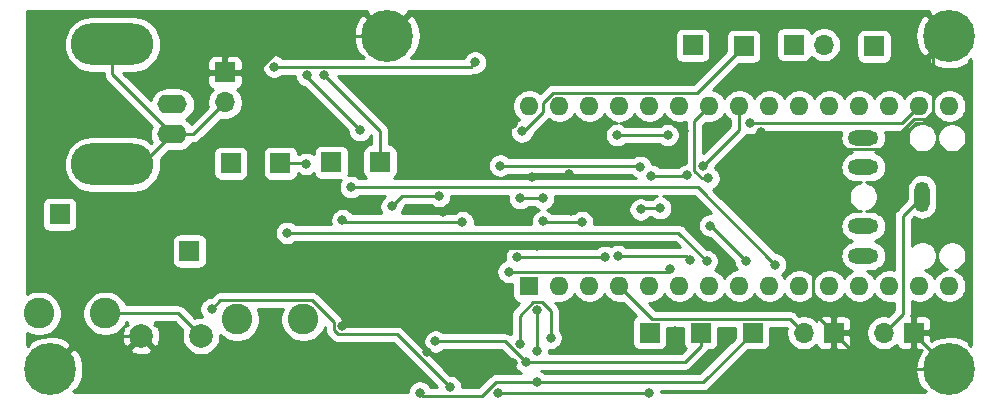
<source format=gbr>
G04 #@! TF.GenerationSoftware,KiCad,Pcbnew,(5.1.9)-1*
G04 #@! TF.CreationDate,2021-05-04T19:46:14-07:00*
G04 #@! TF.ProjectId,SDRReciever,53445252-6563-4696-9576-65722e6b6963,1*
G04 #@! TF.SameCoordinates,Original*
G04 #@! TF.FileFunction,Copper,L2,Bot*
G04 #@! TF.FilePolarity,Positive*
%FSLAX46Y46*%
G04 Gerber Fmt 4.6, Leading zero omitted, Abs format (unit mm)*
G04 Created by KiCad (PCBNEW (5.1.9)-1) date 2021-05-04 19:46:14*
%MOMM*%
%LPD*%
G01*
G04 APERTURE LIST*
G04 #@! TA.AperFunction,ComponentPad*
%ADD10R,1.600000X1.600000*%
G04 #@! TD*
G04 #@! TA.AperFunction,ComponentPad*
%ADD11O,1.600000X1.600000*%
G04 #@! TD*
G04 #@! TA.AperFunction,ComponentPad*
%ADD12R,1.700000X1.700000*%
G04 #@! TD*
G04 #@! TA.AperFunction,ComponentPad*
%ADD13O,2.600000X1.300000*%
G04 #@! TD*
G04 #@! TA.AperFunction,ComponentPad*
%ADD14O,1.300000X2.600000*%
G04 #@! TD*
G04 #@! TA.AperFunction,ComponentPad*
%ADD15O,1.700000X1.700000*%
G04 #@! TD*
G04 #@! TA.AperFunction,ComponentPad*
%ADD16C,2.600000*%
G04 #@! TD*
G04 #@! TA.AperFunction,ComponentPad*
%ADD17C,2.000000*%
G04 #@! TD*
G04 #@! TA.AperFunction,ComponentPad*
%ADD18C,4.400000*%
G04 #@! TD*
G04 #@! TA.AperFunction,ComponentPad*
%ADD19O,7.000000X3.500000*%
G04 #@! TD*
G04 #@! TA.AperFunction,ComponentPad*
%ADD20O,2.500000X1.600000*%
G04 #@! TD*
G04 #@! TA.AperFunction,ViaPad*
%ADD21C,0.800000*%
G04 #@! TD*
G04 #@! TA.AperFunction,Conductor*
%ADD22C,0.250000*%
G04 #@! TD*
G04 #@! TA.AperFunction,Conductor*
%ADD23C,0.254000*%
G04 #@! TD*
G04 #@! TA.AperFunction,Conductor*
%ADD24C,0.100000*%
G04 #@! TD*
G04 APERTURE END LIST*
D10*
X139661900Y-140004800D03*
D11*
X172681900Y-124764800D03*
X142201900Y-140004800D03*
X170141900Y-124764800D03*
X144741900Y-140004800D03*
X167601900Y-124764800D03*
X147281900Y-140004800D03*
X165061900Y-124764800D03*
X149821900Y-140004800D03*
X162521900Y-124764800D03*
X152361900Y-140004800D03*
X159981900Y-124764800D03*
X154901900Y-140004800D03*
X157441900Y-124764800D03*
X157441900Y-140004800D03*
X154901900Y-124764800D03*
X159981900Y-140004800D03*
X152361900Y-124764800D03*
X162521900Y-140004800D03*
X149821900Y-124764800D03*
X165061900Y-140004800D03*
X147281900Y-124764800D03*
X167601900Y-140004800D03*
X144741900Y-124764800D03*
X170141900Y-140004800D03*
X142201900Y-124764800D03*
X172681900Y-140004800D03*
X139661900Y-124764800D03*
X175221900Y-140004800D03*
X175221900Y-124764800D03*
D12*
X153479500Y-119634000D03*
X99885500Y-133921500D03*
X168846500Y-119697500D03*
X157797500Y-119697500D03*
X110871000Y-137033000D03*
X149860000Y-143954500D03*
X158559500Y-143954500D03*
X154178000Y-143954500D03*
X114388900Y-129590800D03*
X118579900Y-129590800D03*
X122885200Y-129514600D03*
X127012700Y-129489200D03*
D13*
X167932600Y-127435600D03*
X167932600Y-137435600D03*
X167932600Y-134935600D03*
X167932600Y-129935600D03*
D14*
X172932600Y-132435600D03*
D15*
X113893600Y-124460000D03*
D12*
X113893600Y-121920000D03*
D15*
X164592000Y-119570500D03*
D12*
X162052000Y-119570500D03*
X165417500Y-143954500D03*
D15*
X162877500Y-143954500D03*
D12*
X172212000Y-143954500D03*
D15*
X169672000Y-143954500D03*
D16*
X103758300Y-142316200D03*
X98158300Y-142316200D03*
D17*
X111861600Y-144233900D03*
X106781600Y-144233900D03*
D16*
X114922300Y-142824200D03*
X120522300Y-142824200D03*
D18*
X99060000Y-147066000D03*
X175196500Y-147066000D03*
X127635000Y-118808500D03*
X175196500Y-118808500D03*
D19*
X104368600Y-129705100D03*
X104368600Y-119545100D03*
D20*
X109448600Y-124625100D03*
X109448600Y-127165100D03*
D21*
X147104100Y-127215900D03*
X151371300Y-127215900D03*
X158330900Y-126199900D03*
X154368500Y-129857500D03*
X149999700Y-130670300D03*
X153024138Y-130633836D03*
X158026100Y-137883900D03*
X154978100Y-134886700D03*
X154825700Y-130873500D03*
X153250900Y-137833100D03*
X147154900Y-137477500D03*
X146088100Y-137528300D03*
X138620500Y-137528300D03*
X159245300Y-126961900D03*
X161836100Y-129146300D03*
X158991300Y-132194300D03*
X140271500Y-136652000D03*
X136438300Y-136817100D03*
X136334500Y-141998700D03*
X134200900Y-141998700D03*
X131000500Y-145554700D03*
X123833947Y-143366547D03*
X143040100Y-130531700D03*
X139912397Y-130742997D03*
X138264900Y-126250700D03*
X132321300Y-127266700D03*
X138240999Y-146495999D03*
X119824500Y-123304300D03*
X142684500Y-142430500D03*
X132334000Y-133731000D03*
X154305000Y-146494500D03*
X151955001Y-143764499D03*
X165290500Y-132334000D03*
X117094000Y-135191500D03*
X118618000Y-127063500D03*
X125349000Y-136652000D03*
X128905000Y-136652000D03*
X162560000Y-137096500D03*
X115951000Y-145542000D03*
X156337000Y-130365500D03*
X152717500Y-126873000D03*
X155257500Y-127127000D03*
X143182100Y-133614400D03*
X153352500Y-133477000D03*
X145796000Y-127063500D03*
X148082000Y-134239000D03*
X156210000Y-138811000D03*
X159385000Y-135064500D03*
X117919500Y-138049000D03*
X144106900Y-134581900D03*
X140804900Y-134531100D03*
X138874500Y-132549900D03*
X140804900Y-132549900D03*
X132930900Y-148569490D03*
X112763300Y-141947900D03*
X139026900Y-126911100D03*
X135064500Y-121069100D03*
X118046500Y-121424700D03*
X154673300Y-137883900D03*
X119164100Y-135496300D03*
X133997700Y-134581900D03*
X123837700Y-134429500D03*
X120747337Y-129662737D03*
X128003300Y-133261100D03*
X132016500Y-132360500D03*
X125310900Y-126809500D03*
X120840500Y-122149700D03*
X160464500Y-138188700D03*
X124548900Y-131635500D03*
X122313700Y-122149700D03*
X149796500Y-149019500D03*
X137000070Y-149019500D03*
X140296900Y-148145500D03*
X130390900Y-149019500D03*
X139337852Y-146424452D03*
X131711700Y-144691100D03*
X137198100Y-129806700D03*
X149034500Y-129908300D03*
X137909300Y-138798300D03*
X151574500Y-138544300D03*
X150724700Y-133401118D03*
X149085300Y-133515100D03*
X138830224Y-144880089D03*
X141465300Y-144386300D03*
X140303052Y-145459252D03*
X140351899Y-142049500D03*
D22*
X147104100Y-127215900D02*
X151371300Y-127215900D01*
X171246800Y-126199900D02*
X172681900Y-124764800D01*
X158330900Y-126199900D02*
X171246800Y-126199900D01*
X150056599Y-142779499D02*
X147281900Y-140004800D01*
X161702499Y-142779499D02*
X150056599Y-142779499D01*
X162877500Y-143954500D02*
X161702499Y-142779499D01*
X157441900Y-126784100D02*
X157441900Y-124764800D01*
X154368500Y-129857500D02*
X157441900Y-126784100D01*
X152987674Y-130670300D02*
X153024138Y-130633836D01*
X149999700Y-130670300D02*
X152987674Y-130670300D01*
X155028900Y-134886700D02*
X154978100Y-134886700D01*
X158026100Y-137883900D02*
X155028900Y-134886700D01*
X153643499Y-126023201D02*
X154901900Y-124764800D01*
X153643499Y-130256984D02*
X153643499Y-126023201D01*
X154260015Y-130873500D02*
X153643499Y-130256984D01*
X154825700Y-130873500D02*
X154260015Y-130873500D01*
X152895300Y-137477500D02*
X147154900Y-137477500D01*
X153250900Y-137833100D02*
X152895300Y-137477500D01*
X146088100Y-137528300D02*
X138620500Y-137528300D01*
X172212000Y-144081500D02*
X175196500Y-147066000D01*
X172212000Y-143954500D02*
X172212000Y-144081500D01*
X168529000Y-147066000D02*
X175196500Y-147066000D01*
X165417500Y-143954500D02*
X168529000Y-147066000D01*
X101892100Y-144233900D02*
X99060000Y-147066000D01*
X106781600Y-144233900D02*
X101892100Y-144233900D01*
X160694010Y-128410610D02*
X159245300Y-126961900D01*
X172193309Y-125889801D02*
X169672500Y-128410610D01*
X173221901Y-125889801D02*
X172193309Y-125889801D01*
X173806901Y-125304801D02*
X173221901Y-125889801D01*
X173806901Y-120198099D02*
X173806901Y-125304801D01*
X175196500Y-118808500D02*
X173806901Y-120198099D01*
X161836100Y-128485900D02*
X161760810Y-128410610D01*
X161836100Y-129146300D02*
X161836100Y-128485900D01*
X161760810Y-128410610D02*
X160694010Y-128410610D01*
X169672500Y-128410610D02*
X161760810Y-128410610D01*
X163646901Y-142183901D02*
X165417500Y-143954500D01*
X163646901Y-136849901D02*
X163646901Y-142183901D01*
X158991300Y-132194300D02*
X163646901Y-136849901D01*
X136452100Y-136803300D02*
X136438300Y-136817100D01*
X141617700Y-136803300D02*
X136452100Y-136803300D01*
X136334500Y-141998700D02*
X134200900Y-141998700D01*
X128812347Y-143366547D02*
X123833947Y-143366547D01*
X131000500Y-145554700D02*
X128812347Y-143366547D01*
X140123694Y-130531700D02*
X139912397Y-130742997D01*
X143040100Y-130531700D02*
X140123694Y-130531700D01*
X137248900Y-127266700D02*
X132321300Y-127266700D01*
X138264900Y-126250700D02*
X137248900Y-127266700D01*
X138240999Y-146495999D02*
X137353498Y-147383500D01*
X132829300Y-147383500D02*
X131000500Y-145554700D01*
X137353498Y-147383500D02*
X132829300Y-147383500D01*
X116478198Y-121920000D02*
X113893600Y-121920000D01*
X119589698Y-118808500D02*
X116478198Y-121920000D01*
X127635000Y-118808500D02*
X119589698Y-118808500D01*
X117862498Y-123304300D02*
X119824500Y-123304300D01*
X116478198Y-121920000D02*
X117862498Y-123304300D01*
X140855700Y-134581900D02*
X140804900Y-134531100D01*
X144106900Y-134581900D02*
X140855700Y-134581900D01*
X109943900Y-142316200D02*
X111861600Y-144233900D01*
X103758300Y-142316200D02*
X109943900Y-142316200D01*
X138874500Y-132549900D02*
X140804900Y-132549900D01*
X113512001Y-141199199D02*
X112763300Y-141947900D01*
X121289599Y-141199199D02*
X113512001Y-141199199D01*
X123108946Y-143714548D02*
X123108946Y-143018546D01*
X123108946Y-143018546D02*
X121289599Y-141199199D01*
X123485946Y-144091548D02*
X123108946Y-143714548D01*
X128452958Y-144091548D02*
X123485946Y-144091548D01*
X132930900Y-148569490D02*
X128452958Y-144091548D01*
X139180602Y-126911100D02*
X139026900Y-126911100D01*
X140786901Y-125304801D02*
X139180602Y-126911100D01*
X140786901Y-124514797D02*
X140786901Y-125304801D01*
X141661899Y-123639799D02*
X140786901Y-124514797D01*
X153855201Y-123639799D02*
X141661899Y-123639799D01*
X157797500Y-119697500D02*
X153855201Y-123639799D01*
X134708900Y-121424700D02*
X118046500Y-121424700D01*
X135064500Y-121069100D02*
X134708900Y-121424700D01*
X152285700Y-135496300D02*
X119164100Y-135496300D01*
X154673300Y-137883900D02*
X152285700Y-135496300D01*
X123990100Y-134581900D02*
X123837700Y-134429500D01*
X133997700Y-134581900D02*
X123990100Y-134581900D01*
X120675400Y-129590800D02*
X120747337Y-129662737D01*
X118579900Y-129590800D02*
X120675400Y-129590800D01*
X128903900Y-132360500D02*
X132016500Y-132360500D01*
X128003300Y-133261100D02*
X128903900Y-132360500D01*
X120840500Y-122339100D02*
X120840500Y-122149700D01*
X125310900Y-126809500D02*
X120840500Y-122339100D01*
X153911300Y-131635500D02*
X124548900Y-131635500D01*
X160464500Y-138188700D02*
X153911300Y-131635500D01*
X127012700Y-126848700D02*
X122313700Y-122149700D01*
X127012700Y-129489200D02*
X127012700Y-126848700D01*
X106908600Y-129705100D02*
X109448600Y-127165100D01*
X104368600Y-129705100D02*
X106908600Y-129705100D01*
X111188500Y-127165100D02*
X113893600Y-124460000D01*
X109448600Y-127165100D02*
X111188500Y-127165100D01*
X104368600Y-122085100D02*
X109448600Y-127165100D01*
X104368600Y-119545100D02*
X104368600Y-122085100D01*
X149796500Y-149019500D02*
X137000070Y-149019500D01*
X154368500Y-148145500D02*
X158559500Y-143954500D01*
X140296900Y-148145500D02*
X154368500Y-148145500D01*
X135674100Y-149272468D02*
X135674100Y-149294490D01*
X136801068Y-148145500D02*
X135674100Y-149272468D01*
X140296900Y-148145500D02*
X136801068Y-148145500D01*
X130665890Y-149294490D02*
X130390900Y-149019500D01*
X135674100Y-149294490D02*
X130665890Y-149294490D01*
X137604500Y-144691100D02*
X131711700Y-144691100D01*
X139337852Y-146424452D02*
X137604500Y-144691100D01*
X152808048Y-146424452D02*
X139337852Y-146424452D01*
X154178000Y-145054500D02*
X152808048Y-146424452D01*
X154178000Y-143954500D02*
X154178000Y-145054500D01*
X171266901Y-134101299D02*
X172932600Y-132435600D01*
X171266901Y-142359599D02*
X171266901Y-134101299D01*
X169672000Y-143954500D02*
X171266901Y-142359599D01*
X148932900Y-129806700D02*
X149034500Y-129908300D01*
X137198100Y-129806700D02*
X148932900Y-129806700D01*
X151320500Y-138798300D02*
X151574500Y-138544300D01*
X137909300Y-138798300D02*
X151320500Y-138798300D01*
X149199282Y-133401118D02*
X149085300Y-133515100D01*
X150724700Y-133401118D02*
X149199282Y-133401118D01*
X141465300Y-142089899D02*
X141465300Y-144386300D01*
X140699900Y-141324499D02*
X141465300Y-142089899D01*
X140003898Y-141324499D02*
X140699900Y-141324499D01*
X138830224Y-142498173D02*
X140003898Y-141324499D01*
X138830224Y-144880089D02*
X138830224Y-142498173D01*
X140303052Y-142098347D02*
X140351899Y-142049500D01*
X140303052Y-145459252D02*
X140303052Y-142098347D01*
D23*
X125824830Y-116818725D02*
X127635000Y-118628895D01*
X129445170Y-116818725D01*
X129371233Y-116699500D01*
X173460267Y-116699500D01*
X173386330Y-116818725D01*
X175196500Y-118628895D01*
X175210643Y-118614753D01*
X175390248Y-118794358D01*
X175376105Y-118808500D01*
X175390248Y-118822643D01*
X175210643Y-119002248D01*
X175196500Y-118988105D01*
X173386330Y-120798275D01*
X173626476Y-121185518D01*
X174120377Y-121446141D01*
X174655633Y-121605401D01*
X175211674Y-121657178D01*
X175767132Y-121599481D01*
X176300661Y-121434528D01*
X176766524Y-121185518D01*
X177006669Y-120798277D01*
X177051501Y-120843109D01*
X177051500Y-145031392D01*
X177006669Y-145076223D01*
X176766524Y-144688982D01*
X176272623Y-144428359D01*
X175737367Y-144269099D01*
X175181326Y-144217322D01*
X174625868Y-144275019D01*
X174092339Y-144439972D01*
X173699231Y-144650093D01*
X173697000Y-144240250D01*
X173538250Y-144081500D01*
X172339000Y-144081500D01*
X172339000Y-145280750D01*
X172497750Y-145439500D01*
X172906959Y-145441728D01*
X172819482Y-145495976D01*
X172558859Y-145989877D01*
X172399599Y-146525133D01*
X172347822Y-147081174D01*
X172405519Y-147636632D01*
X172570472Y-148170161D01*
X172819482Y-148636024D01*
X173206723Y-148876169D01*
X173098392Y-148984500D01*
X150831500Y-148984500D01*
X150831500Y-148917561D01*
X150829101Y-148905500D01*
X154331178Y-148905500D01*
X154368500Y-148909176D01*
X154405822Y-148905500D01*
X154405833Y-148905500D01*
X154517486Y-148894503D01*
X154660747Y-148851046D01*
X154792776Y-148780474D01*
X154908501Y-148685501D01*
X154932304Y-148656497D01*
X158146230Y-145442572D01*
X159409500Y-145442572D01*
X159533982Y-145430312D01*
X159653680Y-145394002D01*
X159763994Y-145335037D01*
X159860685Y-145255685D01*
X159940037Y-145158994D01*
X159999002Y-145048680D01*
X160035312Y-144928982D01*
X160047572Y-144804500D01*
X160047572Y-143539499D01*
X161387698Y-143539499D01*
X161436291Y-143588092D01*
X161392500Y-143808240D01*
X161392500Y-144100760D01*
X161449568Y-144387658D01*
X161561510Y-144657911D01*
X161724025Y-144901132D01*
X161930868Y-145107975D01*
X162174089Y-145270490D01*
X162444342Y-145382432D01*
X162731240Y-145439500D01*
X163023760Y-145439500D01*
X163310658Y-145382432D01*
X163580911Y-145270490D01*
X163824132Y-145107975D01*
X163955987Y-144976120D01*
X163977998Y-145048680D01*
X164036963Y-145158994D01*
X164116315Y-145255685D01*
X164213006Y-145335037D01*
X164323320Y-145394002D01*
X164443018Y-145430312D01*
X164567500Y-145442572D01*
X165131750Y-145439500D01*
X165290500Y-145280750D01*
X165290500Y-144081500D01*
X165544500Y-144081500D01*
X165544500Y-145280750D01*
X165703250Y-145439500D01*
X166267500Y-145442572D01*
X166391982Y-145430312D01*
X166511680Y-145394002D01*
X166621994Y-145335037D01*
X166718685Y-145255685D01*
X166798037Y-145158994D01*
X166857002Y-145048680D01*
X166893312Y-144928982D01*
X166905572Y-144804500D01*
X166902500Y-144240250D01*
X166743750Y-144081500D01*
X165544500Y-144081500D01*
X165290500Y-144081500D01*
X165270500Y-144081500D01*
X165270500Y-143827500D01*
X165290500Y-143827500D01*
X165290500Y-142628250D01*
X165544500Y-142628250D01*
X165544500Y-143827500D01*
X166743750Y-143827500D01*
X166902500Y-143668750D01*
X166905572Y-143104500D01*
X166893312Y-142980018D01*
X166857002Y-142860320D01*
X166798037Y-142750006D01*
X166718685Y-142653315D01*
X166621994Y-142573963D01*
X166511680Y-142514998D01*
X166391982Y-142478688D01*
X166267500Y-142466428D01*
X165703250Y-142469500D01*
X165544500Y-142628250D01*
X165290500Y-142628250D01*
X165131750Y-142469500D01*
X164567500Y-142466428D01*
X164443018Y-142478688D01*
X164323320Y-142514998D01*
X164213006Y-142573963D01*
X164116315Y-142653315D01*
X164036963Y-142750006D01*
X163977998Y-142860320D01*
X163955987Y-142932880D01*
X163824132Y-142801025D01*
X163580911Y-142638510D01*
X163310658Y-142526568D01*
X163023760Y-142469500D01*
X162731240Y-142469500D01*
X162511092Y-142513291D01*
X162266303Y-142268502D01*
X162242500Y-142239498D01*
X162126775Y-142144525D01*
X161994746Y-142073953D01*
X161851485Y-142030496D01*
X161739832Y-142019499D01*
X161739821Y-142019499D01*
X161702499Y-142015823D01*
X161665177Y-142019499D01*
X150371401Y-142019499D01*
X149791702Y-141439800D01*
X149963235Y-141439800D01*
X150240474Y-141384653D01*
X150501627Y-141276480D01*
X150736659Y-141119437D01*
X150936537Y-140919559D01*
X151091900Y-140687041D01*
X151247263Y-140919559D01*
X151447141Y-141119437D01*
X151682173Y-141276480D01*
X151943326Y-141384653D01*
X152220565Y-141439800D01*
X152503235Y-141439800D01*
X152780474Y-141384653D01*
X153041627Y-141276480D01*
X153276659Y-141119437D01*
X153476537Y-140919559D01*
X153631900Y-140687041D01*
X153787263Y-140919559D01*
X153987141Y-141119437D01*
X154222173Y-141276480D01*
X154483326Y-141384653D01*
X154760565Y-141439800D01*
X155043235Y-141439800D01*
X155320474Y-141384653D01*
X155581627Y-141276480D01*
X155816659Y-141119437D01*
X156016537Y-140919559D01*
X156171900Y-140687041D01*
X156327263Y-140919559D01*
X156527141Y-141119437D01*
X156762173Y-141276480D01*
X157023326Y-141384653D01*
X157300565Y-141439800D01*
X157583235Y-141439800D01*
X157860474Y-141384653D01*
X158121627Y-141276480D01*
X158356659Y-141119437D01*
X158556537Y-140919559D01*
X158711900Y-140687041D01*
X158867263Y-140919559D01*
X159067141Y-141119437D01*
X159302173Y-141276480D01*
X159563326Y-141384653D01*
X159840565Y-141439800D01*
X160123235Y-141439800D01*
X160400474Y-141384653D01*
X160661627Y-141276480D01*
X160896659Y-141119437D01*
X161096537Y-140919559D01*
X161251900Y-140687041D01*
X161407263Y-140919559D01*
X161607141Y-141119437D01*
X161842173Y-141276480D01*
X162103326Y-141384653D01*
X162380565Y-141439800D01*
X162663235Y-141439800D01*
X162940474Y-141384653D01*
X163201627Y-141276480D01*
X163436659Y-141119437D01*
X163636537Y-140919559D01*
X163791900Y-140687041D01*
X163947263Y-140919559D01*
X164147141Y-141119437D01*
X164382173Y-141276480D01*
X164643326Y-141384653D01*
X164920565Y-141439800D01*
X165203235Y-141439800D01*
X165480474Y-141384653D01*
X165741627Y-141276480D01*
X165976659Y-141119437D01*
X166176537Y-140919559D01*
X166331900Y-140687041D01*
X166487263Y-140919559D01*
X166687141Y-141119437D01*
X166922173Y-141276480D01*
X167183326Y-141384653D01*
X167460565Y-141439800D01*
X167743235Y-141439800D01*
X168020474Y-141384653D01*
X168281627Y-141276480D01*
X168516659Y-141119437D01*
X168716537Y-140919559D01*
X168871900Y-140687041D01*
X169027263Y-140919559D01*
X169227141Y-141119437D01*
X169462173Y-141276480D01*
X169723326Y-141384653D01*
X170000565Y-141439800D01*
X170283235Y-141439800D01*
X170506901Y-141395309D01*
X170506901Y-142044797D01*
X170038408Y-142513290D01*
X169818260Y-142469500D01*
X169525740Y-142469500D01*
X169238842Y-142526568D01*
X168968589Y-142638510D01*
X168725368Y-142801025D01*
X168518525Y-143007868D01*
X168356010Y-143251089D01*
X168244068Y-143521342D01*
X168187000Y-143808240D01*
X168187000Y-144100760D01*
X168244068Y-144387658D01*
X168356010Y-144657911D01*
X168518525Y-144901132D01*
X168725368Y-145107975D01*
X168968589Y-145270490D01*
X169238842Y-145382432D01*
X169525740Y-145439500D01*
X169818260Y-145439500D01*
X170105158Y-145382432D01*
X170375411Y-145270490D01*
X170618632Y-145107975D01*
X170750487Y-144976120D01*
X170772498Y-145048680D01*
X170831463Y-145158994D01*
X170910815Y-145255685D01*
X171007506Y-145335037D01*
X171117820Y-145394002D01*
X171237518Y-145430312D01*
X171362000Y-145442572D01*
X171926250Y-145439500D01*
X172085000Y-145280750D01*
X172085000Y-144081500D01*
X172065000Y-144081500D01*
X172065000Y-143827500D01*
X172085000Y-143827500D01*
X172085000Y-142628250D01*
X172339000Y-142628250D01*
X172339000Y-143827500D01*
X173538250Y-143827500D01*
X173697000Y-143668750D01*
X173700072Y-143104500D01*
X173687812Y-142980018D01*
X173651502Y-142860320D01*
X173592537Y-142750006D01*
X173513185Y-142653315D01*
X173416494Y-142573963D01*
X173306180Y-142514998D01*
X173186482Y-142478688D01*
X173062000Y-142466428D01*
X172497750Y-142469500D01*
X172339000Y-142628250D01*
X172085000Y-142628250D01*
X172004135Y-142547385D01*
X172015904Y-142508585D01*
X172026901Y-142396932D01*
X172026901Y-142396931D01*
X172030578Y-142359599D01*
X172026901Y-142322266D01*
X172026901Y-141286723D01*
X172263326Y-141384653D01*
X172540565Y-141439800D01*
X172823235Y-141439800D01*
X173100474Y-141384653D01*
X173361627Y-141276480D01*
X173596659Y-141119437D01*
X173796537Y-140919559D01*
X173951900Y-140687041D01*
X174107263Y-140919559D01*
X174307141Y-141119437D01*
X174542173Y-141276480D01*
X174803326Y-141384653D01*
X175080565Y-141439800D01*
X175363235Y-141439800D01*
X175640474Y-141384653D01*
X175901627Y-141276480D01*
X176136659Y-141119437D01*
X176336537Y-140919559D01*
X176493580Y-140684527D01*
X176601753Y-140423374D01*
X176656900Y-140146135D01*
X176656900Y-139863465D01*
X176601753Y-139586226D01*
X176493580Y-139325073D01*
X176336537Y-139090041D01*
X176136659Y-138890163D01*
X175901627Y-138733120D01*
X175686956Y-138644201D01*
X175792836Y-138623140D01*
X176017592Y-138530043D01*
X176219867Y-138394887D01*
X176391887Y-138222867D01*
X176527043Y-138020592D01*
X176620140Y-137795836D01*
X176667600Y-137557237D01*
X176667600Y-137313963D01*
X176620140Y-137075364D01*
X176527043Y-136850608D01*
X176391887Y-136648333D01*
X176219867Y-136476313D01*
X176017592Y-136341157D01*
X175792836Y-136248060D01*
X175554237Y-136200600D01*
X175310963Y-136200600D01*
X175072364Y-136248060D01*
X174847608Y-136341157D01*
X174645333Y-136476313D01*
X174473313Y-136648333D01*
X174338157Y-136850608D01*
X174245060Y-137075364D01*
X174197600Y-137313963D01*
X174197600Y-137557237D01*
X174245060Y-137795836D01*
X174338157Y-138020592D01*
X174473313Y-138222867D01*
X174645333Y-138394887D01*
X174847608Y-138530043D01*
X174988028Y-138588207D01*
X174803326Y-138624947D01*
X174542173Y-138733120D01*
X174307141Y-138890163D01*
X174107263Y-139090041D01*
X173951900Y-139322559D01*
X173796537Y-139090041D01*
X173596659Y-138890163D01*
X173361627Y-138733120D01*
X173159933Y-138649576D01*
X173292836Y-138623140D01*
X173517592Y-138530043D01*
X173719867Y-138394887D01*
X173891887Y-138222867D01*
X174027043Y-138020592D01*
X174120140Y-137795836D01*
X174167600Y-137557237D01*
X174167600Y-137313963D01*
X174120140Y-137075364D01*
X174027043Y-136850608D01*
X173891887Y-136648333D01*
X173719867Y-136476313D01*
X173517592Y-136341157D01*
X173292836Y-136248060D01*
X173054237Y-136200600D01*
X172810963Y-136200600D01*
X172572364Y-136248060D01*
X172347608Y-136341157D01*
X172145333Y-136476313D01*
X172026901Y-136594745D01*
X172026901Y-134416100D01*
X172259914Y-134183087D01*
X172438474Y-134278529D01*
X172680697Y-134352007D01*
X172932600Y-134376817D01*
X173184504Y-134352007D01*
X173426727Y-134278529D01*
X173649962Y-134159208D01*
X173845628Y-133998628D01*
X174006208Y-133802962D01*
X174125529Y-133579727D01*
X174199007Y-133337504D01*
X174217600Y-133148723D01*
X174217600Y-131722477D01*
X174199007Y-131533696D01*
X174125529Y-131291473D01*
X174006208Y-131068238D01*
X173845628Y-130872572D01*
X173649961Y-130711992D01*
X173426726Y-130592671D01*
X173184503Y-130519193D01*
X172932600Y-130494383D01*
X172680696Y-130519193D01*
X172438473Y-130592671D01*
X172215238Y-130711992D01*
X172019572Y-130872572D01*
X171858992Y-131068239D01*
X171739671Y-131291474D01*
X171666193Y-131533697D01*
X171647600Y-131722478D01*
X171647600Y-132645798D01*
X170755899Y-133537500D01*
X170726901Y-133561298D01*
X170703103Y-133590296D01*
X170703102Y-133590297D01*
X170631927Y-133677023D01*
X170561355Y-133809053D01*
X170536953Y-133889499D01*
X170521824Y-133939376D01*
X170517899Y-133952314D01*
X170503225Y-134101299D01*
X170506902Y-134138631D01*
X170506901Y-138614291D01*
X170283235Y-138569800D01*
X170000565Y-138569800D01*
X169723326Y-138624947D01*
X169462173Y-138733120D01*
X169227141Y-138890163D01*
X169027263Y-139090041D01*
X168871900Y-139322559D01*
X168716537Y-139090041D01*
X168516659Y-138890163D01*
X168281627Y-138733120D01*
X168251401Y-138720600D01*
X168645723Y-138720600D01*
X168834504Y-138702007D01*
X169076727Y-138628529D01*
X169299962Y-138509208D01*
X169495628Y-138348628D01*
X169656208Y-138152962D01*
X169775529Y-137929727D01*
X169849007Y-137687504D01*
X169873817Y-137435600D01*
X169849007Y-137183696D01*
X169775529Y-136941473D01*
X169656208Y-136718238D01*
X169495628Y-136522572D01*
X169299962Y-136361992D01*
X169076727Y-136242671D01*
X168888590Y-136185600D01*
X169076727Y-136128529D01*
X169299962Y-136009208D01*
X169495628Y-135848628D01*
X169656208Y-135652962D01*
X169775529Y-135429727D01*
X169849007Y-135187504D01*
X169873817Y-134935600D01*
X169849007Y-134683696D01*
X169775529Y-134441473D01*
X169656208Y-134218238D01*
X169495628Y-134022572D01*
X169299962Y-133861992D01*
X169076727Y-133742671D01*
X168834504Y-133669193D01*
X168645723Y-133650600D01*
X168154784Y-133650600D01*
X168292836Y-133623140D01*
X168517592Y-133530043D01*
X168719867Y-133394887D01*
X168891887Y-133222867D01*
X169027043Y-133020592D01*
X169120140Y-132795836D01*
X169167600Y-132557237D01*
X169167600Y-132313963D01*
X169120140Y-132075364D01*
X169027043Y-131850608D01*
X168891887Y-131648333D01*
X168719867Y-131476313D01*
X168517592Y-131341157D01*
X168292836Y-131248060D01*
X168154784Y-131220600D01*
X168645723Y-131220600D01*
X168834504Y-131202007D01*
X169076727Y-131128529D01*
X169299962Y-131009208D01*
X169495628Y-130848628D01*
X169656208Y-130652962D01*
X169775529Y-130429727D01*
X169849007Y-130187504D01*
X169873817Y-129935600D01*
X169849007Y-129683696D01*
X169775529Y-129441473D01*
X169656208Y-129218238D01*
X169495628Y-129022572D01*
X169299962Y-128861992D01*
X169076727Y-128742671D01*
X168888590Y-128685600D01*
X169076727Y-128628529D01*
X169299962Y-128509208D01*
X169495628Y-128348628D01*
X169656208Y-128152962D01*
X169775529Y-127929727D01*
X169849007Y-127687504D01*
X169873817Y-127435600D01*
X169861837Y-127313963D01*
X171697600Y-127313963D01*
X171697600Y-127557237D01*
X171745060Y-127795836D01*
X171838157Y-128020592D01*
X171973313Y-128222867D01*
X172145333Y-128394887D01*
X172347608Y-128530043D01*
X172572364Y-128623140D01*
X172810963Y-128670600D01*
X173054237Y-128670600D01*
X173292836Y-128623140D01*
X173517592Y-128530043D01*
X173719867Y-128394887D01*
X173891887Y-128222867D01*
X174027043Y-128020592D01*
X174120140Y-127795836D01*
X174167600Y-127557237D01*
X174167600Y-127313963D01*
X174197600Y-127313963D01*
X174197600Y-127557237D01*
X174245060Y-127795836D01*
X174338157Y-128020592D01*
X174473313Y-128222867D01*
X174645333Y-128394887D01*
X174847608Y-128530043D01*
X175072364Y-128623140D01*
X175310963Y-128670600D01*
X175554237Y-128670600D01*
X175792836Y-128623140D01*
X176017592Y-128530043D01*
X176219867Y-128394887D01*
X176391887Y-128222867D01*
X176527043Y-128020592D01*
X176620140Y-127795836D01*
X176667600Y-127557237D01*
X176667600Y-127313963D01*
X176620140Y-127075364D01*
X176527043Y-126850608D01*
X176391887Y-126648333D01*
X176219867Y-126476313D01*
X176017592Y-126341157D01*
X175792836Y-126248060D01*
X175554237Y-126200600D01*
X175310963Y-126200600D01*
X175072364Y-126248060D01*
X174847608Y-126341157D01*
X174645333Y-126476313D01*
X174473313Y-126648333D01*
X174338157Y-126850608D01*
X174245060Y-127075364D01*
X174197600Y-127313963D01*
X174167600Y-127313963D01*
X174120140Y-127075364D01*
X174027043Y-126850608D01*
X173891887Y-126648333D01*
X173719867Y-126476313D01*
X173517592Y-126341157D01*
X173292836Y-126248060D01*
X173054237Y-126200600D01*
X172810963Y-126200600D01*
X172572364Y-126248060D01*
X172347608Y-126341157D01*
X172145333Y-126476313D01*
X171973313Y-126648333D01*
X171838157Y-126850608D01*
X171745060Y-127075364D01*
X171697600Y-127313963D01*
X169861837Y-127313963D01*
X169849007Y-127183696D01*
X169781119Y-126959900D01*
X171209478Y-126959900D01*
X171246800Y-126963576D01*
X171284122Y-126959900D01*
X171284133Y-126959900D01*
X171395786Y-126948903D01*
X171539047Y-126905446D01*
X171671076Y-126834874D01*
X171786801Y-126739901D01*
X171810604Y-126710897D01*
X172358014Y-126163488D01*
X172540565Y-126199800D01*
X172823235Y-126199800D01*
X173100474Y-126144653D01*
X173361627Y-126036480D01*
X173596659Y-125879437D01*
X173796537Y-125679559D01*
X173951900Y-125447041D01*
X174107263Y-125679559D01*
X174307141Y-125879437D01*
X174542173Y-126036480D01*
X174803326Y-126144653D01*
X175080565Y-126199800D01*
X175363235Y-126199800D01*
X175640474Y-126144653D01*
X175901627Y-126036480D01*
X176136659Y-125879437D01*
X176336537Y-125679559D01*
X176493580Y-125444527D01*
X176601753Y-125183374D01*
X176656900Y-124906135D01*
X176656900Y-124623465D01*
X176601753Y-124346226D01*
X176493580Y-124085073D01*
X176336537Y-123850041D01*
X176136659Y-123650163D01*
X175901627Y-123493120D01*
X175640474Y-123384947D01*
X175363235Y-123329800D01*
X175080565Y-123329800D01*
X174803326Y-123384947D01*
X174542173Y-123493120D01*
X174307141Y-123650163D01*
X174107263Y-123850041D01*
X173951900Y-124082559D01*
X173796537Y-123850041D01*
X173596659Y-123650163D01*
X173361627Y-123493120D01*
X173100474Y-123384947D01*
X172823235Y-123329800D01*
X172540565Y-123329800D01*
X172263326Y-123384947D01*
X172002173Y-123493120D01*
X171767141Y-123650163D01*
X171567263Y-123850041D01*
X171411900Y-124082559D01*
X171256537Y-123850041D01*
X171056659Y-123650163D01*
X170821627Y-123493120D01*
X170560474Y-123384947D01*
X170283235Y-123329800D01*
X170000565Y-123329800D01*
X169723326Y-123384947D01*
X169462173Y-123493120D01*
X169227141Y-123650163D01*
X169027263Y-123850041D01*
X168871900Y-124082559D01*
X168716537Y-123850041D01*
X168516659Y-123650163D01*
X168281627Y-123493120D01*
X168020474Y-123384947D01*
X167743235Y-123329800D01*
X167460565Y-123329800D01*
X167183326Y-123384947D01*
X166922173Y-123493120D01*
X166687141Y-123650163D01*
X166487263Y-123850041D01*
X166331900Y-124082559D01*
X166176537Y-123850041D01*
X165976659Y-123650163D01*
X165741627Y-123493120D01*
X165480474Y-123384947D01*
X165203235Y-123329800D01*
X164920565Y-123329800D01*
X164643326Y-123384947D01*
X164382173Y-123493120D01*
X164147141Y-123650163D01*
X163947263Y-123850041D01*
X163791900Y-124082559D01*
X163636537Y-123850041D01*
X163436659Y-123650163D01*
X163201627Y-123493120D01*
X162940474Y-123384947D01*
X162663235Y-123329800D01*
X162380565Y-123329800D01*
X162103326Y-123384947D01*
X161842173Y-123493120D01*
X161607141Y-123650163D01*
X161407263Y-123850041D01*
X161251900Y-124082559D01*
X161096537Y-123850041D01*
X160896659Y-123650163D01*
X160661627Y-123493120D01*
X160400474Y-123384947D01*
X160123235Y-123329800D01*
X159840565Y-123329800D01*
X159563326Y-123384947D01*
X159302173Y-123493120D01*
X159067141Y-123650163D01*
X158867263Y-123850041D01*
X158711900Y-124082559D01*
X158556537Y-123850041D01*
X158356659Y-123650163D01*
X158121627Y-123493120D01*
X157860474Y-123384947D01*
X157583235Y-123329800D01*
X157300565Y-123329800D01*
X157023326Y-123384947D01*
X156762173Y-123493120D01*
X156527141Y-123650163D01*
X156327263Y-123850041D01*
X156171900Y-124082559D01*
X156016537Y-123850041D01*
X155816659Y-123650163D01*
X155581627Y-123493120D01*
X155320474Y-123384947D01*
X155207355Y-123362446D01*
X157384230Y-121185572D01*
X158647500Y-121185572D01*
X158771982Y-121173312D01*
X158891680Y-121137002D01*
X159001994Y-121078037D01*
X159098685Y-120998685D01*
X159178037Y-120901994D01*
X159237002Y-120791680D01*
X159273312Y-120671982D01*
X159285572Y-120547500D01*
X159285572Y-118847500D01*
X159273312Y-118723018D01*
X159272549Y-118720500D01*
X160563928Y-118720500D01*
X160563928Y-120420500D01*
X160576188Y-120544982D01*
X160612498Y-120664680D01*
X160671463Y-120774994D01*
X160750815Y-120871685D01*
X160847506Y-120951037D01*
X160957820Y-121010002D01*
X161077518Y-121046312D01*
X161202000Y-121058572D01*
X162902000Y-121058572D01*
X163026482Y-121046312D01*
X163146180Y-121010002D01*
X163256494Y-120951037D01*
X163353185Y-120871685D01*
X163432537Y-120774994D01*
X163491502Y-120664680D01*
X163513513Y-120592120D01*
X163645368Y-120723975D01*
X163888589Y-120886490D01*
X164158842Y-120998432D01*
X164445740Y-121055500D01*
X164738260Y-121055500D01*
X165025158Y-120998432D01*
X165295411Y-120886490D01*
X165538632Y-120723975D01*
X165745475Y-120517132D01*
X165907990Y-120273911D01*
X166019932Y-120003658D01*
X166077000Y-119716760D01*
X166077000Y-119424240D01*
X166019932Y-119137342D01*
X165907990Y-118867089D01*
X165894902Y-118847500D01*
X167358428Y-118847500D01*
X167358428Y-120547500D01*
X167370688Y-120671982D01*
X167406998Y-120791680D01*
X167465963Y-120901994D01*
X167545315Y-120998685D01*
X167642006Y-121078037D01*
X167752320Y-121137002D01*
X167872018Y-121173312D01*
X167996500Y-121185572D01*
X169696500Y-121185572D01*
X169820982Y-121173312D01*
X169940680Y-121137002D01*
X170050994Y-121078037D01*
X170147685Y-120998685D01*
X170227037Y-120901994D01*
X170286002Y-120791680D01*
X170322312Y-120671982D01*
X170334572Y-120547500D01*
X170334572Y-118847500D01*
X170332226Y-118823674D01*
X172347822Y-118823674D01*
X172405519Y-119379132D01*
X172570472Y-119912661D01*
X172819482Y-120378524D01*
X173206725Y-120618670D01*
X175016895Y-118808500D01*
X173206725Y-116998330D01*
X172819482Y-117238476D01*
X172558859Y-117732377D01*
X172399599Y-118267633D01*
X172347822Y-118823674D01*
X170332226Y-118823674D01*
X170322312Y-118723018D01*
X170286002Y-118603320D01*
X170227037Y-118493006D01*
X170147685Y-118396315D01*
X170050994Y-118316963D01*
X169940680Y-118257998D01*
X169820982Y-118221688D01*
X169696500Y-118209428D01*
X167996500Y-118209428D01*
X167872018Y-118221688D01*
X167752320Y-118257998D01*
X167642006Y-118316963D01*
X167545315Y-118396315D01*
X167465963Y-118493006D01*
X167406998Y-118603320D01*
X167370688Y-118723018D01*
X167358428Y-118847500D01*
X165894902Y-118847500D01*
X165745475Y-118623868D01*
X165538632Y-118417025D01*
X165295411Y-118254510D01*
X165025158Y-118142568D01*
X164738260Y-118085500D01*
X164445740Y-118085500D01*
X164158842Y-118142568D01*
X163888589Y-118254510D01*
X163645368Y-118417025D01*
X163513513Y-118548880D01*
X163491502Y-118476320D01*
X163432537Y-118366006D01*
X163353185Y-118269315D01*
X163256494Y-118189963D01*
X163146180Y-118130998D01*
X163026482Y-118094688D01*
X162902000Y-118082428D01*
X161202000Y-118082428D01*
X161077518Y-118094688D01*
X160957820Y-118130998D01*
X160847506Y-118189963D01*
X160750815Y-118269315D01*
X160671463Y-118366006D01*
X160612498Y-118476320D01*
X160576188Y-118596018D01*
X160563928Y-118720500D01*
X159272549Y-118720500D01*
X159237002Y-118603320D01*
X159178037Y-118493006D01*
X159098685Y-118396315D01*
X159001994Y-118316963D01*
X158891680Y-118257998D01*
X158771982Y-118221688D01*
X158647500Y-118209428D01*
X156947500Y-118209428D01*
X156823018Y-118221688D01*
X156703320Y-118257998D01*
X156593006Y-118316963D01*
X156496315Y-118396315D01*
X156416963Y-118493006D01*
X156357998Y-118603320D01*
X156321688Y-118723018D01*
X156309428Y-118847500D01*
X156309428Y-120110770D01*
X153540400Y-122879799D01*
X141699221Y-122879799D01*
X141661898Y-122876123D01*
X141624575Y-122879799D01*
X141624566Y-122879799D01*
X141512913Y-122890796D01*
X141369652Y-122934253D01*
X141237622Y-123004825D01*
X141204427Y-123032068D01*
X141121898Y-123099798D01*
X141098100Y-123128796D01*
X140576696Y-123650200D01*
X140576659Y-123650163D01*
X140341627Y-123493120D01*
X140080474Y-123384947D01*
X139803235Y-123329800D01*
X139520565Y-123329800D01*
X139243326Y-123384947D01*
X138982173Y-123493120D01*
X138747141Y-123650163D01*
X138547263Y-123850041D01*
X138390220Y-124085073D01*
X138282047Y-124346226D01*
X138226900Y-124623465D01*
X138226900Y-124906135D01*
X138282047Y-125183374D01*
X138390220Y-125444527D01*
X138547263Y-125679559D01*
X138747141Y-125879437D01*
X138784085Y-125904122D01*
X138725002Y-125915874D01*
X138536644Y-125993895D01*
X138367126Y-126107163D01*
X138222963Y-126251326D01*
X138109695Y-126420844D01*
X138031674Y-126609202D01*
X137991900Y-126809161D01*
X137991900Y-127013039D01*
X138031674Y-127212998D01*
X138109695Y-127401356D01*
X138222963Y-127570874D01*
X138367126Y-127715037D01*
X138536644Y-127828305D01*
X138725002Y-127906326D01*
X138924961Y-127946100D01*
X139128839Y-127946100D01*
X139328798Y-127906326D01*
X139517156Y-127828305D01*
X139686674Y-127715037D01*
X139830837Y-127570874D01*
X139944105Y-127401356D01*
X140022126Y-127212998D01*
X140039165Y-127127339D01*
X141287104Y-125879400D01*
X141287141Y-125879437D01*
X141522173Y-126036480D01*
X141783326Y-126144653D01*
X142060565Y-126199800D01*
X142343235Y-126199800D01*
X142620474Y-126144653D01*
X142881627Y-126036480D01*
X143116659Y-125879437D01*
X143316537Y-125679559D01*
X143471900Y-125447041D01*
X143627263Y-125679559D01*
X143827141Y-125879437D01*
X144062173Y-126036480D01*
X144323326Y-126144653D01*
X144600565Y-126199800D01*
X144883235Y-126199800D01*
X145160474Y-126144653D01*
X145421627Y-126036480D01*
X145656659Y-125879437D01*
X145856537Y-125679559D01*
X146011900Y-125447041D01*
X146167263Y-125679559D01*
X146367141Y-125879437D01*
X146602173Y-126036480D01*
X146863326Y-126144653D01*
X147045550Y-126180900D01*
X147002161Y-126180900D01*
X146802202Y-126220674D01*
X146613844Y-126298695D01*
X146444326Y-126411963D01*
X146300163Y-126556126D01*
X146186895Y-126725644D01*
X146108874Y-126914002D01*
X146069100Y-127113961D01*
X146069100Y-127317839D01*
X146108874Y-127517798D01*
X146186895Y-127706156D01*
X146300163Y-127875674D01*
X146444326Y-128019837D01*
X146613844Y-128133105D01*
X146802202Y-128211126D01*
X147002161Y-128250900D01*
X147206039Y-128250900D01*
X147405998Y-128211126D01*
X147594356Y-128133105D01*
X147763874Y-128019837D01*
X147807811Y-127975900D01*
X150667589Y-127975900D01*
X150711526Y-128019837D01*
X150881044Y-128133105D01*
X151069402Y-128211126D01*
X151269361Y-128250900D01*
X151473239Y-128250900D01*
X151673198Y-128211126D01*
X151861556Y-128133105D01*
X152031074Y-128019837D01*
X152175237Y-127875674D01*
X152288505Y-127706156D01*
X152366526Y-127517798D01*
X152406300Y-127317839D01*
X152406300Y-127113961D01*
X152366526Y-126914002D01*
X152288505Y-126725644D01*
X152175237Y-126556126D01*
X152031074Y-126411963D01*
X151861556Y-126298695D01*
X151673198Y-126220674D01*
X151473239Y-126180900D01*
X151269361Y-126180900D01*
X151069402Y-126220674D01*
X150881044Y-126298695D01*
X150711526Y-126411963D01*
X150667589Y-126455900D01*
X147807811Y-126455900D01*
X147763874Y-126411963D01*
X147594356Y-126298695D01*
X147405998Y-126220674D01*
X147301056Y-126199800D01*
X147423235Y-126199800D01*
X147700474Y-126144653D01*
X147961627Y-126036480D01*
X148196659Y-125879437D01*
X148396537Y-125679559D01*
X148551900Y-125447041D01*
X148707263Y-125679559D01*
X148907141Y-125879437D01*
X149142173Y-126036480D01*
X149403326Y-126144653D01*
X149680565Y-126199800D01*
X149963235Y-126199800D01*
X150240474Y-126144653D01*
X150501627Y-126036480D01*
X150736659Y-125879437D01*
X150936537Y-125679559D01*
X151091900Y-125447041D01*
X151247263Y-125679559D01*
X151447141Y-125879437D01*
X151682173Y-126036480D01*
X151943326Y-126144653D01*
X152220565Y-126199800D01*
X152503235Y-126199800D01*
X152780474Y-126144653D01*
X152883500Y-126101978D01*
X152883499Y-129606534D01*
X152722240Y-129638610D01*
X152533882Y-129716631D01*
X152364364Y-129829899D01*
X152283963Y-129910300D01*
X150703411Y-129910300D01*
X150659474Y-129866363D01*
X150489956Y-129753095D01*
X150301598Y-129675074D01*
X150101639Y-129635300D01*
X150035474Y-129635300D01*
X150029726Y-129606402D01*
X149951705Y-129418044D01*
X149838437Y-129248526D01*
X149694274Y-129104363D01*
X149524756Y-128991095D01*
X149336398Y-128913074D01*
X149136439Y-128873300D01*
X148932561Y-128873300D01*
X148732602Y-128913074D01*
X148544244Y-128991095D01*
X148461025Y-129046700D01*
X137901811Y-129046700D01*
X137857874Y-129002763D01*
X137688356Y-128889495D01*
X137499998Y-128811474D01*
X137300039Y-128771700D01*
X137096161Y-128771700D01*
X136896202Y-128811474D01*
X136707844Y-128889495D01*
X136538326Y-129002763D01*
X136394163Y-129146926D01*
X136280895Y-129316444D01*
X136202874Y-129504802D01*
X136163100Y-129704761D01*
X136163100Y-129908639D01*
X136202874Y-130108598D01*
X136280895Y-130296956D01*
X136394163Y-130466474D01*
X136538326Y-130610637D01*
X136707844Y-130723905D01*
X136896202Y-130801926D01*
X137096161Y-130841700D01*
X137300039Y-130841700D01*
X137499998Y-130801926D01*
X137688356Y-130723905D01*
X137857874Y-130610637D01*
X137901811Y-130566700D01*
X148229645Y-130566700D01*
X148230563Y-130568074D01*
X148374726Y-130712237D01*
X148544244Y-130825505D01*
X148664942Y-130875500D01*
X128206412Y-130875500D01*
X128217194Y-130869737D01*
X128313885Y-130790385D01*
X128393237Y-130693694D01*
X128452202Y-130583380D01*
X128488512Y-130463682D01*
X128500772Y-130339200D01*
X128500772Y-128639200D01*
X128488512Y-128514718D01*
X128452202Y-128395020D01*
X128393237Y-128284706D01*
X128313885Y-128188015D01*
X128217194Y-128108663D01*
X128106880Y-128049698D01*
X127987182Y-128013388D01*
X127862700Y-128001128D01*
X127772700Y-128001128D01*
X127772700Y-126886033D01*
X127776377Y-126848700D01*
X127761703Y-126699714D01*
X127718246Y-126556453D01*
X127647674Y-126424424D01*
X127603911Y-126371099D01*
X127552701Y-126308699D01*
X127523703Y-126284901D01*
X123423501Y-122184700D01*
X134671578Y-122184700D01*
X134708900Y-122188376D01*
X134746222Y-122184700D01*
X134746233Y-122184700D01*
X134857886Y-122173703D01*
X135001147Y-122130246D01*
X135050062Y-122104100D01*
X135166439Y-122104100D01*
X135366398Y-122064326D01*
X135554756Y-121986305D01*
X135724274Y-121873037D01*
X135868437Y-121728874D01*
X135981705Y-121559356D01*
X136059726Y-121370998D01*
X136099500Y-121171039D01*
X136099500Y-120967161D01*
X136059726Y-120767202D01*
X135981705Y-120578844D01*
X135868437Y-120409326D01*
X135724274Y-120265163D01*
X135554756Y-120151895D01*
X135366398Y-120073874D01*
X135166439Y-120034100D01*
X134962561Y-120034100D01*
X134762602Y-120073874D01*
X134574244Y-120151895D01*
X134404726Y-120265163D01*
X134260563Y-120409326D01*
X134147295Y-120578844D01*
X134111732Y-120664700D01*
X129670808Y-120664700D01*
X129624777Y-120618669D01*
X130012018Y-120378524D01*
X130272641Y-119884623D01*
X130431901Y-119349367D01*
X130483678Y-118793326D01*
X130482710Y-118784000D01*
X151991428Y-118784000D01*
X151991428Y-120484000D01*
X152003688Y-120608482D01*
X152039998Y-120728180D01*
X152098963Y-120838494D01*
X152178315Y-120935185D01*
X152275006Y-121014537D01*
X152385320Y-121073502D01*
X152505018Y-121109812D01*
X152629500Y-121122072D01*
X154329500Y-121122072D01*
X154453982Y-121109812D01*
X154573680Y-121073502D01*
X154683994Y-121014537D01*
X154780685Y-120935185D01*
X154860037Y-120838494D01*
X154919002Y-120728180D01*
X154955312Y-120608482D01*
X154967572Y-120484000D01*
X154967572Y-118784000D01*
X154955312Y-118659518D01*
X154919002Y-118539820D01*
X154860037Y-118429506D01*
X154780685Y-118332815D01*
X154683994Y-118253463D01*
X154573680Y-118194498D01*
X154453982Y-118158188D01*
X154329500Y-118145928D01*
X152629500Y-118145928D01*
X152505018Y-118158188D01*
X152385320Y-118194498D01*
X152275006Y-118253463D01*
X152178315Y-118332815D01*
X152098963Y-118429506D01*
X152039998Y-118539820D01*
X152003688Y-118659518D01*
X151991428Y-118784000D01*
X130482710Y-118784000D01*
X130425981Y-118237868D01*
X130261028Y-117704339D01*
X130012018Y-117238476D01*
X129624775Y-116998330D01*
X127814605Y-118808500D01*
X127828748Y-118822643D01*
X127649143Y-119002248D01*
X127635000Y-118988105D01*
X127620858Y-119002248D01*
X127441253Y-118822643D01*
X127455395Y-118808500D01*
X125645225Y-116998330D01*
X125257982Y-117238476D01*
X124997359Y-117732377D01*
X124838099Y-118267633D01*
X124786322Y-118823674D01*
X124844019Y-119379132D01*
X125008972Y-119912661D01*
X125257982Y-120378524D01*
X125645223Y-120618669D01*
X125599192Y-120664700D01*
X118750211Y-120664700D01*
X118706274Y-120620763D01*
X118536756Y-120507495D01*
X118348398Y-120429474D01*
X118148439Y-120389700D01*
X117944561Y-120389700D01*
X117744602Y-120429474D01*
X117556244Y-120507495D01*
X117386726Y-120620763D01*
X117242563Y-120764926D01*
X117129295Y-120934444D01*
X117051274Y-121122802D01*
X117011500Y-121322761D01*
X117011500Y-121526639D01*
X117051274Y-121726598D01*
X117129295Y-121914956D01*
X117242563Y-122084474D01*
X117386726Y-122228637D01*
X117556244Y-122341905D01*
X117744602Y-122419926D01*
X117944561Y-122459700D01*
X118148439Y-122459700D01*
X118348398Y-122419926D01*
X118536756Y-122341905D01*
X118706274Y-122228637D01*
X118750211Y-122184700D01*
X119805500Y-122184700D01*
X119805500Y-122251639D01*
X119845274Y-122451598D01*
X119923295Y-122639956D01*
X120036563Y-122809474D01*
X120180726Y-122953637D01*
X120350244Y-123066905D01*
X120538602Y-123144926D01*
X120579700Y-123153101D01*
X124275900Y-126849302D01*
X124275900Y-126911439D01*
X124315674Y-127111398D01*
X124393695Y-127299756D01*
X124506963Y-127469274D01*
X124651126Y-127613437D01*
X124820644Y-127726705D01*
X125009002Y-127804726D01*
X125208961Y-127844500D01*
X125412839Y-127844500D01*
X125612798Y-127804726D01*
X125801156Y-127726705D01*
X125970674Y-127613437D01*
X126114837Y-127469274D01*
X126228105Y-127299756D01*
X126252701Y-127240377D01*
X126252701Y-128001128D01*
X126162700Y-128001128D01*
X126038218Y-128013388D01*
X125918520Y-128049698D01*
X125808206Y-128108663D01*
X125711515Y-128188015D01*
X125632163Y-128284706D01*
X125573198Y-128395020D01*
X125536888Y-128514718D01*
X125524628Y-128639200D01*
X125524628Y-130339200D01*
X125536888Y-130463682D01*
X125573198Y-130583380D01*
X125632163Y-130693694D01*
X125711515Y-130790385D01*
X125808206Y-130869737D01*
X125818988Y-130875500D01*
X125252611Y-130875500D01*
X125208674Y-130831563D01*
X125039156Y-130718295D01*
X124850798Y-130640274D01*
X124650839Y-130600500D01*
X124446961Y-130600500D01*
X124315109Y-130626727D01*
X124324702Y-130608780D01*
X124361012Y-130489082D01*
X124373272Y-130364600D01*
X124373272Y-128664600D01*
X124361012Y-128540118D01*
X124324702Y-128420420D01*
X124265737Y-128310106D01*
X124186385Y-128213415D01*
X124089694Y-128134063D01*
X123979380Y-128075098D01*
X123859682Y-128038788D01*
X123735200Y-128026528D01*
X122035200Y-128026528D01*
X121910718Y-128038788D01*
X121791020Y-128075098D01*
X121680706Y-128134063D01*
X121584015Y-128213415D01*
X121504663Y-128310106D01*
X121445698Y-128420420D01*
X121409388Y-128540118D01*
X121397128Y-128664600D01*
X121397128Y-128852130D01*
X121237593Y-128745532D01*
X121049235Y-128667511D01*
X120849276Y-128627737D01*
X120645398Y-128627737D01*
X120445439Y-128667511D01*
X120257081Y-128745532D01*
X120129468Y-128830800D01*
X120067972Y-128830800D01*
X120067972Y-128740800D01*
X120055712Y-128616318D01*
X120019402Y-128496620D01*
X119960437Y-128386306D01*
X119881085Y-128289615D01*
X119784394Y-128210263D01*
X119674080Y-128151298D01*
X119554382Y-128114988D01*
X119429900Y-128102728D01*
X117729900Y-128102728D01*
X117605418Y-128114988D01*
X117485720Y-128151298D01*
X117375406Y-128210263D01*
X117278715Y-128289615D01*
X117199363Y-128386306D01*
X117140398Y-128496620D01*
X117104088Y-128616318D01*
X117091828Y-128740800D01*
X117091828Y-130440800D01*
X117104088Y-130565282D01*
X117140398Y-130684980D01*
X117199363Y-130795294D01*
X117278715Y-130891985D01*
X117375406Y-130971337D01*
X117485720Y-131030302D01*
X117605418Y-131066612D01*
X117729900Y-131078872D01*
X119429900Y-131078872D01*
X119554382Y-131066612D01*
X119674080Y-131030302D01*
X119784394Y-130971337D01*
X119881085Y-130891985D01*
X119960437Y-130795294D01*
X120019402Y-130684980D01*
X120055712Y-130565282D01*
X120067409Y-130446520D01*
X120087563Y-130466674D01*
X120257081Y-130579942D01*
X120445439Y-130657963D01*
X120645398Y-130697737D01*
X120849276Y-130697737D01*
X121049235Y-130657963D01*
X121237593Y-130579942D01*
X121407111Y-130466674D01*
X121407175Y-130466610D01*
X121409388Y-130489082D01*
X121445698Y-130608780D01*
X121504663Y-130719094D01*
X121584015Y-130815785D01*
X121680706Y-130895137D01*
X121791020Y-130954102D01*
X121910718Y-130990412D01*
X122035200Y-131002672D01*
X123726958Y-131002672D01*
X123631695Y-131145244D01*
X123553674Y-131333602D01*
X123513900Y-131533561D01*
X123513900Y-131737439D01*
X123553674Y-131937398D01*
X123631695Y-132125756D01*
X123744963Y-132295274D01*
X123889126Y-132439437D01*
X124058644Y-132552705D01*
X124247002Y-132630726D01*
X124446961Y-132670500D01*
X124650839Y-132670500D01*
X124850798Y-132630726D01*
X125039156Y-132552705D01*
X125208674Y-132439437D01*
X125252611Y-132395500D01*
X127435811Y-132395500D01*
X127343526Y-132457163D01*
X127199363Y-132601326D01*
X127086095Y-132770844D01*
X127008074Y-132959202D01*
X126968300Y-133159161D01*
X126968300Y-133363039D01*
X127008074Y-133562998D01*
X127086095Y-133751356D01*
X127133231Y-133821900D01*
X124676498Y-133821900D01*
X124641637Y-133769726D01*
X124497474Y-133625563D01*
X124327956Y-133512295D01*
X124139598Y-133434274D01*
X123939639Y-133394500D01*
X123735761Y-133394500D01*
X123535802Y-133434274D01*
X123347444Y-133512295D01*
X123177926Y-133625563D01*
X123033763Y-133769726D01*
X122920495Y-133939244D01*
X122842474Y-134127602D01*
X122802700Y-134327561D01*
X122802700Y-134531439D01*
X122842474Y-134731398D01*
X122844504Y-134736300D01*
X119867811Y-134736300D01*
X119823874Y-134692363D01*
X119654356Y-134579095D01*
X119465998Y-134501074D01*
X119266039Y-134461300D01*
X119062161Y-134461300D01*
X118862202Y-134501074D01*
X118673844Y-134579095D01*
X118504326Y-134692363D01*
X118360163Y-134836526D01*
X118246895Y-135006044D01*
X118168874Y-135194402D01*
X118129100Y-135394361D01*
X118129100Y-135598239D01*
X118168874Y-135798198D01*
X118246895Y-135986556D01*
X118360163Y-136156074D01*
X118504326Y-136300237D01*
X118673844Y-136413505D01*
X118862202Y-136491526D01*
X119062161Y-136531300D01*
X119266039Y-136531300D01*
X119465998Y-136491526D01*
X119654356Y-136413505D01*
X119823874Y-136300237D01*
X119867811Y-136256300D01*
X151970899Y-136256300D01*
X152432099Y-136717500D01*
X147858611Y-136717500D01*
X147814674Y-136673563D01*
X147645156Y-136560295D01*
X147456798Y-136482274D01*
X147256839Y-136442500D01*
X147052961Y-136442500D01*
X146853002Y-136482274D01*
X146664644Y-136560295D01*
X146583486Y-136614523D01*
X146578356Y-136611095D01*
X146389998Y-136533074D01*
X146190039Y-136493300D01*
X145986161Y-136493300D01*
X145786202Y-136533074D01*
X145597844Y-136611095D01*
X145428326Y-136724363D01*
X145384389Y-136768300D01*
X139324211Y-136768300D01*
X139280274Y-136724363D01*
X139110756Y-136611095D01*
X138922398Y-136533074D01*
X138722439Y-136493300D01*
X138518561Y-136493300D01*
X138318602Y-136533074D01*
X138130244Y-136611095D01*
X137960726Y-136724363D01*
X137816563Y-136868526D01*
X137703295Y-137038044D01*
X137625274Y-137226402D01*
X137585500Y-137426361D01*
X137585500Y-137630239D01*
X137619404Y-137800687D01*
X137607402Y-137803074D01*
X137419044Y-137881095D01*
X137249526Y-137994363D01*
X137105363Y-138138526D01*
X136992095Y-138308044D01*
X136914074Y-138496402D01*
X136874300Y-138696361D01*
X136874300Y-138900239D01*
X136914074Y-139100198D01*
X136992095Y-139288556D01*
X137105363Y-139458074D01*
X137249526Y-139602237D01*
X137419044Y-139715505D01*
X137607402Y-139793526D01*
X137807361Y-139833300D01*
X138011239Y-139833300D01*
X138211198Y-139793526D01*
X138223828Y-139788294D01*
X138223828Y-140804800D01*
X138236088Y-140929282D01*
X138272398Y-141048980D01*
X138331363Y-141159294D01*
X138410715Y-141255985D01*
X138507406Y-141335337D01*
X138617720Y-141394302D01*
X138737418Y-141430612D01*
X138815312Y-141438284D01*
X138319222Y-141934374D01*
X138290224Y-141958172D01*
X138266426Y-141987170D01*
X138266425Y-141987171D01*
X138195250Y-142073897D01*
X138124678Y-142205927D01*
X138105699Y-142268496D01*
X138081222Y-142349187D01*
X138072459Y-142438156D01*
X138066548Y-142498173D01*
X138070225Y-142535505D01*
X138070224Y-144090142D01*
X138028776Y-144056126D01*
X137896747Y-143985554D01*
X137753486Y-143942097D01*
X137641833Y-143931100D01*
X137641822Y-143931100D01*
X137604500Y-143927424D01*
X137567178Y-143931100D01*
X132415411Y-143931100D01*
X132371474Y-143887163D01*
X132201956Y-143773895D01*
X132013598Y-143695874D01*
X131813639Y-143656100D01*
X131609761Y-143656100D01*
X131409802Y-143695874D01*
X131221444Y-143773895D01*
X131051926Y-143887163D01*
X130907763Y-144031326D01*
X130794495Y-144200844D01*
X130716474Y-144389202D01*
X130676700Y-144589161D01*
X130676700Y-144793039D01*
X130716474Y-144992998D01*
X130794495Y-145181356D01*
X130907763Y-145350874D01*
X131051926Y-145495037D01*
X131221444Y-145608305D01*
X131409802Y-145686326D01*
X131609761Y-145726100D01*
X131813639Y-145726100D01*
X132013598Y-145686326D01*
X132201956Y-145608305D01*
X132371474Y-145495037D01*
X132415411Y-145451100D01*
X137289699Y-145451100D01*
X138302852Y-146464254D01*
X138302852Y-146526391D01*
X138342626Y-146726350D01*
X138420647Y-146914708D01*
X138533915Y-147084226D01*
X138678078Y-147228389D01*
X138847596Y-147341657D01*
X138953442Y-147385500D01*
X136838390Y-147385500D01*
X136801067Y-147381824D01*
X136763744Y-147385500D01*
X136763735Y-147385500D01*
X136652082Y-147396497D01*
X136508821Y-147439954D01*
X136376792Y-147510526D01*
X136376790Y-147510527D01*
X136376791Y-147510527D01*
X136290064Y-147581701D01*
X136290060Y-147581705D01*
X136261067Y-147605499D01*
X136237273Y-147634492D01*
X135337277Y-148534490D01*
X133965900Y-148534490D01*
X133965900Y-148467551D01*
X133926126Y-148267592D01*
X133848105Y-148079234D01*
X133734837Y-147909716D01*
X133590674Y-147765553D01*
X133421156Y-147652285D01*
X133232798Y-147574264D01*
X133032839Y-147534490D01*
X132970702Y-147534490D01*
X129016762Y-143580551D01*
X128992959Y-143551547D01*
X128877234Y-143456574D01*
X128745205Y-143386002D01*
X128601944Y-143342545D01*
X128490291Y-143331548D01*
X128490280Y-143331548D01*
X128452958Y-143327872D01*
X128415636Y-143331548D01*
X123868946Y-143331548D01*
X123868946Y-143055868D01*
X123872622Y-143018545D01*
X123868946Y-142981222D01*
X123868946Y-142981213D01*
X123857949Y-142869560D01*
X123814492Y-142726299D01*
X123743920Y-142594270D01*
X123648947Y-142478545D01*
X123619949Y-142454747D01*
X121853403Y-140688202D01*
X121829600Y-140659198D01*
X121713875Y-140564225D01*
X121581846Y-140493653D01*
X121438585Y-140450196D01*
X121326932Y-140439199D01*
X121326921Y-140439199D01*
X121289599Y-140435523D01*
X121252277Y-140439199D01*
X113549323Y-140439199D01*
X113512000Y-140435523D01*
X113474677Y-140439199D01*
X113474668Y-140439199D01*
X113363015Y-140450196D01*
X113219754Y-140493653D01*
X113087724Y-140564225D01*
X113004084Y-140632867D01*
X112972000Y-140659198D01*
X112948202Y-140688197D01*
X112723498Y-140912900D01*
X112661361Y-140912900D01*
X112461402Y-140952674D01*
X112273044Y-141030695D01*
X112103526Y-141143963D01*
X111959363Y-141288126D01*
X111846095Y-141457644D01*
X111768074Y-141646002D01*
X111728300Y-141845961D01*
X111728300Y-142049839D01*
X111768074Y-142249798D01*
X111846095Y-142438156D01*
X111953500Y-142598900D01*
X111700567Y-142598900D01*
X111384688Y-142661732D01*
X111370224Y-142667723D01*
X110507704Y-141805203D01*
X110483901Y-141776199D01*
X110368176Y-141681226D01*
X110236147Y-141610654D01*
X110092886Y-141567197D01*
X109981233Y-141556200D01*
X109981222Y-141556200D01*
X109943900Y-141552524D01*
X109906578Y-141556200D01*
X105537927Y-141556200D01*
X105473075Y-141399634D01*
X105261313Y-141082709D01*
X104991791Y-140813187D01*
X104674866Y-140601425D01*
X104322719Y-140455561D01*
X103948881Y-140381200D01*
X103567719Y-140381200D01*
X103193881Y-140455561D01*
X102841734Y-140601425D01*
X102524809Y-140813187D01*
X102255287Y-141082709D01*
X102043525Y-141399634D01*
X101897661Y-141751781D01*
X101823300Y-142125619D01*
X101823300Y-142506781D01*
X101897661Y-142880619D01*
X102043525Y-143232766D01*
X102255287Y-143549691D01*
X102524809Y-143819213D01*
X102841734Y-144030975D01*
X103193881Y-144176839D01*
X103567719Y-144251200D01*
X103948881Y-144251200D01*
X104322719Y-144176839D01*
X104674866Y-144030975D01*
X104991791Y-143819213D01*
X105261313Y-143549691D01*
X105473075Y-143232766D01*
X105537927Y-143076200D01*
X105616742Y-143076200D01*
X105530517Y-143162425D01*
X105646185Y-143278093D01*
X105381786Y-143373856D01*
X105240896Y-143663471D01*
X105159216Y-143975008D01*
X105139882Y-144296495D01*
X105183639Y-144615575D01*
X105288805Y-144919988D01*
X105381786Y-145093944D01*
X105646187Y-145189708D01*
X106601995Y-144233900D01*
X106587853Y-144219758D01*
X106767458Y-144040153D01*
X106781600Y-144054295D01*
X106795743Y-144040153D01*
X106975348Y-144219758D01*
X106961205Y-144233900D01*
X107917013Y-145189708D01*
X108181414Y-145093944D01*
X108322304Y-144804329D01*
X108403984Y-144492792D01*
X108423318Y-144171305D01*
X108379561Y-143852225D01*
X108274395Y-143547812D01*
X108181414Y-143373856D01*
X107917015Y-143278093D01*
X108032683Y-143162425D01*
X107946458Y-143076200D01*
X109629099Y-143076200D01*
X110295423Y-143742524D01*
X110289432Y-143756988D01*
X110226600Y-144072867D01*
X110226600Y-144394933D01*
X110289432Y-144710812D01*
X110412682Y-145008363D01*
X110591613Y-145276152D01*
X110819348Y-145503887D01*
X111087137Y-145682818D01*
X111384688Y-145806068D01*
X111700567Y-145868900D01*
X112022633Y-145868900D01*
X112338512Y-145806068D01*
X112636063Y-145682818D01*
X112903852Y-145503887D01*
X113131587Y-145276152D01*
X113310518Y-145008363D01*
X113433768Y-144710812D01*
X113496600Y-144394933D01*
X113496600Y-144135004D01*
X113688809Y-144327213D01*
X114005734Y-144538975D01*
X114357881Y-144684839D01*
X114731719Y-144759200D01*
X115112881Y-144759200D01*
X115486719Y-144684839D01*
X115838866Y-144538975D01*
X116155791Y-144327213D01*
X116425313Y-144057691D01*
X116637075Y-143740766D01*
X116782939Y-143388619D01*
X116857300Y-143014781D01*
X116857300Y-142633619D01*
X116782939Y-142259781D01*
X116658434Y-141959199D01*
X118786166Y-141959199D01*
X118661661Y-142259781D01*
X118587300Y-142633619D01*
X118587300Y-143014781D01*
X118661661Y-143388619D01*
X118807525Y-143740766D01*
X119019287Y-144057691D01*
X119288809Y-144327213D01*
X119605734Y-144538975D01*
X119957881Y-144684839D01*
X120331719Y-144759200D01*
X120712881Y-144759200D01*
X121086719Y-144684839D01*
X121438866Y-144538975D01*
X121755791Y-144327213D01*
X122025313Y-144057691D01*
X122237075Y-143740766D01*
X122348946Y-143470685D01*
X122348946Y-143677226D01*
X122345270Y-143714548D01*
X122348946Y-143751870D01*
X122348946Y-143751880D01*
X122359943Y-143863533D01*
X122393758Y-143975008D01*
X122403400Y-144006794D01*
X122473972Y-144138824D01*
X122513817Y-144187374D01*
X122568945Y-144254549D01*
X122597949Y-144278352D01*
X122922142Y-144602545D01*
X122945945Y-144631549D01*
X123061670Y-144726522D01*
X123128519Y-144762254D01*
X123193699Y-144797094D01*
X123336960Y-144840551D01*
X123485946Y-144855225D01*
X123523279Y-144851548D01*
X128138157Y-144851548D01*
X131821098Y-148534490D01*
X131310278Y-148534490D01*
X131308105Y-148529244D01*
X131194837Y-148359726D01*
X131050674Y-148215563D01*
X130881156Y-148102295D01*
X130692798Y-148024274D01*
X130492839Y-147984500D01*
X130288961Y-147984500D01*
X130089002Y-148024274D01*
X129900644Y-148102295D01*
X129731126Y-148215563D01*
X129586963Y-148359726D01*
X129473695Y-148529244D01*
X129395674Y-148717602D01*
X129355900Y-148917561D01*
X129355900Y-148984500D01*
X101158108Y-148984500D01*
X101049777Y-148876169D01*
X101437018Y-148636024D01*
X101697641Y-148142123D01*
X101856901Y-147606867D01*
X101908678Y-147050826D01*
X101850981Y-146495368D01*
X101686028Y-145961839D01*
X101437018Y-145495976D01*
X101232770Y-145369313D01*
X105825792Y-145369313D01*
X105921556Y-145633714D01*
X106211171Y-145774604D01*
X106522708Y-145856284D01*
X106844195Y-145875618D01*
X107163275Y-145831861D01*
X107467688Y-145726695D01*
X107641644Y-145633714D01*
X107737408Y-145369313D01*
X106781600Y-144413505D01*
X105825792Y-145369313D01*
X101232770Y-145369313D01*
X101049775Y-145255830D01*
X99239605Y-147066000D01*
X99253748Y-147080143D01*
X99074143Y-147259748D01*
X99060000Y-147245605D01*
X99045858Y-147259748D01*
X98866253Y-147080143D01*
X98880395Y-147066000D01*
X98866253Y-147051858D01*
X99045858Y-146872253D01*
X99060000Y-146886395D01*
X100870170Y-145076225D01*
X100630024Y-144688982D01*
X100136123Y-144428359D01*
X99600867Y-144269099D01*
X99044826Y-144217322D01*
X98489368Y-144275019D01*
X97955839Y-144439972D01*
X97489976Y-144688982D01*
X97249831Y-145076223D01*
X97141500Y-144967892D01*
X97141500Y-143964001D01*
X97241734Y-144030975D01*
X97593881Y-144176839D01*
X97967719Y-144251200D01*
X98348881Y-144251200D01*
X98722719Y-144176839D01*
X99074866Y-144030975D01*
X99391791Y-143819213D01*
X99661313Y-143549691D01*
X99873075Y-143232766D01*
X100018939Y-142880619D01*
X100093300Y-142506781D01*
X100093300Y-142125619D01*
X100018939Y-141751781D01*
X99873075Y-141399634D01*
X99661313Y-141082709D01*
X99391791Y-140813187D01*
X99074866Y-140601425D01*
X98722719Y-140455561D01*
X98348881Y-140381200D01*
X97967719Y-140381200D01*
X97593881Y-140455561D01*
X97241734Y-140601425D01*
X97141500Y-140668399D01*
X97141500Y-136183000D01*
X109382928Y-136183000D01*
X109382928Y-137883000D01*
X109395188Y-138007482D01*
X109431498Y-138127180D01*
X109490463Y-138237494D01*
X109569815Y-138334185D01*
X109666506Y-138413537D01*
X109776820Y-138472502D01*
X109896518Y-138508812D01*
X110021000Y-138521072D01*
X111721000Y-138521072D01*
X111845482Y-138508812D01*
X111965180Y-138472502D01*
X112075494Y-138413537D01*
X112172185Y-138334185D01*
X112251537Y-138237494D01*
X112310502Y-138127180D01*
X112346812Y-138007482D01*
X112359072Y-137883000D01*
X112359072Y-136183000D01*
X112346812Y-136058518D01*
X112310502Y-135938820D01*
X112251537Y-135828506D01*
X112172185Y-135731815D01*
X112075494Y-135652463D01*
X111965180Y-135593498D01*
X111845482Y-135557188D01*
X111721000Y-135544928D01*
X110021000Y-135544928D01*
X109896518Y-135557188D01*
X109776820Y-135593498D01*
X109666506Y-135652463D01*
X109569815Y-135731815D01*
X109490463Y-135828506D01*
X109431498Y-135938820D01*
X109395188Y-136058518D01*
X109382928Y-136183000D01*
X97141500Y-136183000D01*
X97141500Y-133071500D01*
X98397428Y-133071500D01*
X98397428Y-134771500D01*
X98409688Y-134895982D01*
X98445998Y-135015680D01*
X98504963Y-135125994D01*
X98584315Y-135222685D01*
X98681006Y-135302037D01*
X98791320Y-135361002D01*
X98911018Y-135397312D01*
X99035500Y-135409572D01*
X100735500Y-135409572D01*
X100859982Y-135397312D01*
X100979680Y-135361002D01*
X101089994Y-135302037D01*
X101186685Y-135222685D01*
X101266037Y-135125994D01*
X101325002Y-135015680D01*
X101361312Y-134895982D01*
X101373572Y-134771500D01*
X101373572Y-133071500D01*
X101361312Y-132947018D01*
X101325002Y-132827320D01*
X101266037Y-132717006D01*
X101186685Y-132620315D01*
X101089994Y-132540963D01*
X100979680Y-132481998D01*
X100859982Y-132445688D01*
X100735500Y-132433428D01*
X99035500Y-132433428D01*
X98911018Y-132445688D01*
X98791320Y-132481998D01*
X98681006Y-132540963D01*
X98584315Y-132620315D01*
X98504963Y-132717006D01*
X98445998Y-132827320D01*
X98409688Y-132947018D01*
X98397428Y-133071500D01*
X97141500Y-133071500D01*
X97141500Y-119545100D01*
X100222061Y-119545100D01*
X100268110Y-120012642D01*
X100404487Y-120462216D01*
X100625951Y-120876546D01*
X100923991Y-121239709D01*
X101287154Y-121537749D01*
X101701484Y-121759213D01*
X102151058Y-121895590D01*
X102501443Y-121930100D01*
X103608601Y-121930100D01*
X103608601Y-122047768D01*
X103604924Y-122085100D01*
X103619598Y-122234085D01*
X103663054Y-122377346D01*
X103733626Y-122509376D01*
X103804801Y-122596102D01*
X103828600Y-122625101D01*
X103857598Y-122648899D01*
X107720608Y-126511910D01*
X107666418Y-126613292D01*
X107584364Y-126883791D01*
X107556657Y-127165100D01*
X107584364Y-127446409D01*
X107666418Y-127716908D01*
X107720608Y-127818290D01*
X107656783Y-127882115D01*
X107450046Y-127712451D01*
X107035716Y-127490987D01*
X106586142Y-127354610D01*
X106235757Y-127320100D01*
X102501443Y-127320100D01*
X102151058Y-127354610D01*
X101701484Y-127490987D01*
X101287154Y-127712451D01*
X100923991Y-128010491D01*
X100625951Y-128373654D01*
X100404487Y-128787984D01*
X100268110Y-129237558D01*
X100222061Y-129705100D01*
X100268110Y-130172642D01*
X100404487Y-130622216D01*
X100625951Y-131036546D01*
X100923991Y-131399709D01*
X101287154Y-131697749D01*
X101701484Y-131919213D01*
X102151058Y-132055590D01*
X102501443Y-132090100D01*
X106235757Y-132090100D01*
X106586142Y-132055590D01*
X107035716Y-131919213D01*
X107450046Y-131697749D01*
X107813209Y-131399709D01*
X108111249Y-131036546D01*
X108332713Y-130622216D01*
X108469090Y-130172642D01*
X108515139Y-129705100D01*
X108469090Y-129237558D01*
X108464867Y-129223635D01*
X108947702Y-128740800D01*
X112900828Y-128740800D01*
X112900828Y-130440800D01*
X112913088Y-130565282D01*
X112949398Y-130684980D01*
X113008363Y-130795294D01*
X113087715Y-130891985D01*
X113184406Y-130971337D01*
X113294720Y-131030302D01*
X113414418Y-131066612D01*
X113538900Y-131078872D01*
X115238900Y-131078872D01*
X115363382Y-131066612D01*
X115483080Y-131030302D01*
X115593394Y-130971337D01*
X115690085Y-130891985D01*
X115769437Y-130795294D01*
X115828402Y-130684980D01*
X115864712Y-130565282D01*
X115876972Y-130440800D01*
X115876972Y-128740800D01*
X115864712Y-128616318D01*
X115828402Y-128496620D01*
X115769437Y-128386306D01*
X115690085Y-128289615D01*
X115593394Y-128210263D01*
X115483080Y-128151298D01*
X115363382Y-128114988D01*
X115238900Y-128102728D01*
X113538900Y-128102728D01*
X113414418Y-128114988D01*
X113294720Y-128151298D01*
X113184406Y-128210263D01*
X113087715Y-128289615D01*
X113008363Y-128386306D01*
X112949398Y-128496620D01*
X112913088Y-128616318D01*
X112900828Y-128740800D01*
X108947702Y-128740800D01*
X109088402Y-128600100D01*
X109969092Y-128600100D01*
X110179909Y-128579336D01*
X110450408Y-128497282D01*
X110699701Y-128364032D01*
X110918208Y-128184708D01*
X111097532Y-127966201D01*
X111119501Y-127925100D01*
X111151178Y-127925100D01*
X111188500Y-127928776D01*
X111225822Y-127925100D01*
X111225833Y-127925100D01*
X111337486Y-127914103D01*
X111480747Y-127870646D01*
X111612776Y-127800074D01*
X111728501Y-127705101D01*
X111752304Y-127676097D01*
X113527192Y-125901210D01*
X113747340Y-125945000D01*
X114039860Y-125945000D01*
X114326758Y-125887932D01*
X114597011Y-125775990D01*
X114840232Y-125613475D01*
X115047075Y-125406632D01*
X115209590Y-125163411D01*
X115321532Y-124893158D01*
X115378600Y-124606260D01*
X115378600Y-124313740D01*
X115321532Y-124026842D01*
X115209590Y-123756589D01*
X115047075Y-123513368D01*
X114915220Y-123381513D01*
X114987780Y-123359502D01*
X115098094Y-123300537D01*
X115194785Y-123221185D01*
X115274137Y-123124494D01*
X115333102Y-123014180D01*
X115369412Y-122894482D01*
X115381672Y-122770000D01*
X115378600Y-122205750D01*
X115219850Y-122047000D01*
X114020600Y-122047000D01*
X114020600Y-122067000D01*
X113766600Y-122067000D01*
X113766600Y-122047000D01*
X112567350Y-122047000D01*
X112408600Y-122205750D01*
X112405528Y-122770000D01*
X112417788Y-122894482D01*
X112454098Y-123014180D01*
X112513063Y-123124494D01*
X112592415Y-123221185D01*
X112689106Y-123300537D01*
X112799420Y-123359502D01*
X112871980Y-123381513D01*
X112740125Y-123513368D01*
X112577610Y-123756589D01*
X112465668Y-124026842D01*
X112408600Y-124313740D01*
X112408600Y-124606260D01*
X112452390Y-124826408D01*
X111015165Y-126263634D01*
X110918208Y-126145492D01*
X110699701Y-125966168D01*
X110566742Y-125895100D01*
X110699701Y-125824032D01*
X110918208Y-125644708D01*
X111097532Y-125426201D01*
X111230782Y-125176908D01*
X111312836Y-124906409D01*
X111340543Y-124625100D01*
X111312836Y-124343791D01*
X111230782Y-124073292D01*
X111097532Y-123823999D01*
X110918208Y-123605492D01*
X110699701Y-123426168D01*
X110450408Y-123292918D01*
X110179909Y-123210864D01*
X109969092Y-123190100D01*
X108928108Y-123190100D01*
X108717291Y-123210864D01*
X108446792Y-123292918D01*
X108197499Y-123426168D01*
X107978992Y-123605492D01*
X107799668Y-123823999D01*
X107666418Y-124073292D01*
X107611764Y-124253463D01*
X105288401Y-121930100D01*
X106235757Y-121930100D01*
X106586142Y-121895590D01*
X107035716Y-121759213D01*
X107450046Y-121537749D01*
X107813209Y-121239709D01*
X107952485Y-121070000D01*
X112405528Y-121070000D01*
X112408600Y-121634250D01*
X112567350Y-121793000D01*
X113766600Y-121793000D01*
X113766600Y-120593750D01*
X114020600Y-120593750D01*
X114020600Y-121793000D01*
X115219850Y-121793000D01*
X115378600Y-121634250D01*
X115381672Y-121070000D01*
X115369412Y-120945518D01*
X115333102Y-120825820D01*
X115274137Y-120715506D01*
X115194785Y-120618815D01*
X115098094Y-120539463D01*
X114987780Y-120480498D01*
X114868082Y-120444188D01*
X114743600Y-120431928D01*
X114179350Y-120435000D01*
X114020600Y-120593750D01*
X113766600Y-120593750D01*
X113607850Y-120435000D01*
X113043600Y-120431928D01*
X112919118Y-120444188D01*
X112799420Y-120480498D01*
X112689106Y-120539463D01*
X112592415Y-120618815D01*
X112513063Y-120715506D01*
X112454098Y-120825820D01*
X112417788Y-120945518D01*
X112405528Y-121070000D01*
X107952485Y-121070000D01*
X108111249Y-120876546D01*
X108332713Y-120462216D01*
X108469090Y-120012642D01*
X108515139Y-119545100D01*
X108469090Y-119077558D01*
X108332713Y-118627984D01*
X108111249Y-118213654D01*
X107813209Y-117850491D01*
X107450046Y-117552451D01*
X107035716Y-117330987D01*
X106586142Y-117194610D01*
X106235757Y-117160100D01*
X102501443Y-117160100D01*
X102151058Y-117194610D01*
X101701484Y-117330987D01*
X101287154Y-117552451D01*
X100923991Y-117850491D01*
X100625951Y-118213654D01*
X100404487Y-118627984D01*
X100268110Y-119077558D01*
X100222061Y-119545100D01*
X97141500Y-119545100D01*
X97141500Y-116699500D01*
X125898767Y-116699500D01*
X125824830Y-116818725D01*
G04 #@! TA.AperFunction,Conductor*
D24*
G36*
X125824830Y-116818725D02*
G01*
X127635000Y-118628895D01*
X129445170Y-116818725D01*
X129371233Y-116699500D01*
X173460267Y-116699500D01*
X173386330Y-116818725D01*
X175196500Y-118628895D01*
X175210643Y-118614753D01*
X175390248Y-118794358D01*
X175376105Y-118808500D01*
X175390248Y-118822643D01*
X175210643Y-119002248D01*
X175196500Y-118988105D01*
X173386330Y-120798275D01*
X173626476Y-121185518D01*
X174120377Y-121446141D01*
X174655633Y-121605401D01*
X175211674Y-121657178D01*
X175767132Y-121599481D01*
X176300661Y-121434528D01*
X176766524Y-121185518D01*
X177006669Y-120798277D01*
X177051501Y-120843109D01*
X177051500Y-145031392D01*
X177006669Y-145076223D01*
X176766524Y-144688982D01*
X176272623Y-144428359D01*
X175737367Y-144269099D01*
X175181326Y-144217322D01*
X174625868Y-144275019D01*
X174092339Y-144439972D01*
X173699231Y-144650093D01*
X173697000Y-144240250D01*
X173538250Y-144081500D01*
X172339000Y-144081500D01*
X172339000Y-145280750D01*
X172497750Y-145439500D01*
X172906959Y-145441728D01*
X172819482Y-145495976D01*
X172558859Y-145989877D01*
X172399599Y-146525133D01*
X172347822Y-147081174D01*
X172405519Y-147636632D01*
X172570472Y-148170161D01*
X172819482Y-148636024D01*
X173206723Y-148876169D01*
X173098392Y-148984500D01*
X150831500Y-148984500D01*
X150831500Y-148917561D01*
X150829101Y-148905500D01*
X154331178Y-148905500D01*
X154368500Y-148909176D01*
X154405822Y-148905500D01*
X154405833Y-148905500D01*
X154517486Y-148894503D01*
X154660747Y-148851046D01*
X154792776Y-148780474D01*
X154908501Y-148685501D01*
X154932304Y-148656497D01*
X158146230Y-145442572D01*
X159409500Y-145442572D01*
X159533982Y-145430312D01*
X159653680Y-145394002D01*
X159763994Y-145335037D01*
X159860685Y-145255685D01*
X159940037Y-145158994D01*
X159999002Y-145048680D01*
X160035312Y-144928982D01*
X160047572Y-144804500D01*
X160047572Y-143539499D01*
X161387698Y-143539499D01*
X161436291Y-143588092D01*
X161392500Y-143808240D01*
X161392500Y-144100760D01*
X161449568Y-144387658D01*
X161561510Y-144657911D01*
X161724025Y-144901132D01*
X161930868Y-145107975D01*
X162174089Y-145270490D01*
X162444342Y-145382432D01*
X162731240Y-145439500D01*
X163023760Y-145439500D01*
X163310658Y-145382432D01*
X163580911Y-145270490D01*
X163824132Y-145107975D01*
X163955987Y-144976120D01*
X163977998Y-145048680D01*
X164036963Y-145158994D01*
X164116315Y-145255685D01*
X164213006Y-145335037D01*
X164323320Y-145394002D01*
X164443018Y-145430312D01*
X164567500Y-145442572D01*
X165131750Y-145439500D01*
X165290500Y-145280750D01*
X165290500Y-144081500D01*
X165544500Y-144081500D01*
X165544500Y-145280750D01*
X165703250Y-145439500D01*
X166267500Y-145442572D01*
X166391982Y-145430312D01*
X166511680Y-145394002D01*
X166621994Y-145335037D01*
X166718685Y-145255685D01*
X166798037Y-145158994D01*
X166857002Y-145048680D01*
X166893312Y-144928982D01*
X166905572Y-144804500D01*
X166902500Y-144240250D01*
X166743750Y-144081500D01*
X165544500Y-144081500D01*
X165290500Y-144081500D01*
X165270500Y-144081500D01*
X165270500Y-143827500D01*
X165290500Y-143827500D01*
X165290500Y-142628250D01*
X165544500Y-142628250D01*
X165544500Y-143827500D01*
X166743750Y-143827500D01*
X166902500Y-143668750D01*
X166905572Y-143104500D01*
X166893312Y-142980018D01*
X166857002Y-142860320D01*
X166798037Y-142750006D01*
X166718685Y-142653315D01*
X166621994Y-142573963D01*
X166511680Y-142514998D01*
X166391982Y-142478688D01*
X166267500Y-142466428D01*
X165703250Y-142469500D01*
X165544500Y-142628250D01*
X165290500Y-142628250D01*
X165131750Y-142469500D01*
X164567500Y-142466428D01*
X164443018Y-142478688D01*
X164323320Y-142514998D01*
X164213006Y-142573963D01*
X164116315Y-142653315D01*
X164036963Y-142750006D01*
X163977998Y-142860320D01*
X163955987Y-142932880D01*
X163824132Y-142801025D01*
X163580911Y-142638510D01*
X163310658Y-142526568D01*
X163023760Y-142469500D01*
X162731240Y-142469500D01*
X162511092Y-142513291D01*
X162266303Y-142268502D01*
X162242500Y-142239498D01*
X162126775Y-142144525D01*
X161994746Y-142073953D01*
X161851485Y-142030496D01*
X161739832Y-142019499D01*
X161739821Y-142019499D01*
X161702499Y-142015823D01*
X161665177Y-142019499D01*
X150371401Y-142019499D01*
X149791702Y-141439800D01*
X149963235Y-141439800D01*
X150240474Y-141384653D01*
X150501627Y-141276480D01*
X150736659Y-141119437D01*
X150936537Y-140919559D01*
X151091900Y-140687041D01*
X151247263Y-140919559D01*
X151447141Y-141119437D01*
X151682173Y-141276480D01*
X151943326Y-141384653D01*
X152220565Y-141439800D01*
X152503235Y-141439800D01*
X152780474Y-141384653D01*
X153041627Y-141276480D01*
X153276659Y-141119437D01*
X153476537Y-140919559D01*
X153631900Y-140687041D01*
X153787263Y-140919559D01*
X153987141Y-141119437D01*
X154222173Y-141276480D01*
X154483326Y-141384653D01*
X154760565Y-141439800D01*
X155043235Y-141439800D01*
X155320474Y-141384653D01*
X155581627Y-141276480D01*
X155816659Y-141119437D01*
X156016537Y-140919559D01*
X156171900Y-140687041D01*
X156327263Y-140919559D01*
X156527141Y-141119437D01*
X156762173Y-141276480D01*
X157023326Y-141384653D01*
X157300565Y-141439800D01*
X157583235Y-141439800D01*
X157860474Y-141384653D01*
X158121627Y-141276480D01*
X158356659Y-141119437D01*
X158556537Y-140919559D01*
X158711900Y-140687041D01*
X158867263Y-140919559D01*
X159067141Y-141119437D01*
X159302173Y-141276480D01*
X159563326Y-141384653D01*
X159840565Y-141439800D01*
X160123235Y-141439800D01*
X160400474Y-141384653D01*
X160661627Y-141276480D01*
X160896659Y-141119437D01*
X161096537Y-140919559D01*
X161251900Y-140687041D01*
X161407263Y-140919559D01*
X161607141Y-141119437D01*
X161842173Y-141276480D01*
X162103326Y-141384653D01*
X162380565Y-141439800D01*
X162663235Y-141439800D01*
X162940474Y-141384653D01*
X163201627Y-141276480D01*
X163436659Y-141119437D01*
X163636537Y-140919559D01*
X163791900Y-140687041D01*
X163947263Y-140919559D01*
X164147141Y-141119437D01*
X164382173Y-141276480D01*
X164643326Y-141384653D01*
X164920565Y-141439800D01*
X165203235Y-141439800D01*
X165480474Y-141384653D01*
X165741627Y-141276480D01*
X165976659Y-141119437D01*
X166176537Y-140919559D01*
X166331900Y-140687041D01*
X166487263Y-140919559D01*
X166687141Y-141119437D01*
X166922173Y-141276480D01*
X167183326Y-141384653D01*
X167460565Y-141439800D01*
X167743235Y-141439800D01*
X168020474Y-141384653D01*
X168281627Y-141276480D01*
X168516659Y-141119437D01*
X168716537Y-140919559D01*
X168871900Y-140687041D01*
X169027263Y-140919559D01*
X169227141Y-141119437D01*
X169462173Y-141276480D01*
X169723326Y-141384653D01*
X170000565Y-141439800D01*
X170283235Y-141439800D01*
X170506901Y-141395309D01*
X170506901Y-142044797D01*
X170038408Y-142513290D01*
X169818260Y-142469500D01*
X169525740Y-142469500D01*
X169238842Y-142526568D01*
X168968589Y-142638510D01*
X168725368Y-142801025D01*
X168518525Y-143007868D01*
X168356010Y-143251089D01*
X168244068Y-143521342D01*
X168187000Y-143808240D01*
X168187000Y-144100760D01*
X168244068Y-144387658D01*
X168356010Y-144657911D01*
X168518525Y-144901132D01*
X168725368Y-145107975D01*
X168968589Y-145270490D01*
X169238842Y-145382432D01*
X169525740Y-145439500D01*
X169818260Y-145439500D01*
X170105158Y-145382432D01*
X170375411Y-145270490D01*
X170618632Y-145107975D01*
X170750487Y-144976120D01*
X170772498Y-145048680D01*
X170831463Y-145158994D01*
X170910815Y-145255685D01*
X171007506Y-145335037D01*
X171117820Y-145394002D01*
X171237518Y-145430312D01*
X171362000Y-145442572D01*
X171926250Y-145439500D01*
X172085000Y-145280750D01*
X172085000Y-144081500D01*
X172065000Y-144081500D01*
X172065000Y-143827500D01*
X172085000Y-143827500D01*
X172085000Y-142628250D01*
X172339000Y-142628250D01*
X172339000Y-143827500D01*
X173538250Y-143827500D01*
X173697000Y-143668750D01*
X173700072Y-143104500D01*
X173687812Y-142980018D01*
X173651502Y-142860320D01*
X173592537Y-142750006D01*
X173513185Y-142653315D01*
X173416494Y-142573963D01*
X173306180Y-142514998D01*
X173186482Y-142478688D01*
X173062000Y-142466428D01*
X172497750Y-142469500D01*
X172339000Y-142628250D01*
X172085000Y-142628250D01*
X172004135Y-142547385D01*
X172015904Y-142508585D01*
X172026901Y-142396932D01*
X172026901Y-142396931D01*
X172030578Y-142359599D01*
X172026901Y-142322266D01*
X172026901Y-141286723D01*
X172263326Y-141384653D01*
X172540565Y-141439800D01*
X172823235Y-141439800D01*
X173100474Y-141384653D01*
X173361627Y-141276480D01*
X173596659Y-141119437D01*
X173796537Y-140919559D01*
X173951900Y-140687041D01*
X174107263Y-140919559D01*
X174307141Y-141119437D01*
X174542173Y-141276480D01*
X174803326Y-141384653D01*
X175080565Y-141439800D01*
X175363235Y-141439800D01*
X175640474Y-141384653D01*
X175901627Y-141276480D01*
X176136659Y-141119437D01*
X176336537Y-140919559D01*
X176493580Y-140684527D01*
X176601753Y-140423374D01*
X176656900Y-140146135D01*
X176656900Y-139863465D01*
X176601753Y-139586226D01*
X176493580Y-139325073D01*
X176336537Y-139090041D01*
X176136659Y-138890163D01*
X175901627Y-138733120D01*
X175686956Y-138644201D01*
X175792836Y-138623140D01*
X176017592Y-138530043D01*
X176219867Y-138394887D01*
X176391887Y-138222867D01*
X176527043Y-138020592D01*
X176620140Y-137795836D01*
X176667600Y-137557237D01*
X176667600Y-137313963D01*
X176620140Y-137075364D01*
X176527043Y-136850608D01*
X176391887Y-136648333D01*
X176219867Y-136476313D01*
X176017592Y-136341157D01*
X175792836Y-136248060D01*
X175554237Y-136200600D01*
X175310963Y-136200600D01*
X175072364Y-136248060D01*
X174847608Y-136341157D01*
X174645333Y-136476313D01*
X174473313Y-136648333D01*
X174338157Y-136850608D01*
X174245060Y-137075364D01*
X174197600Y-137313963D01*
X174197600Y-137557237D01*
X174245060Y-137795836D01*
X174338157Y-138020592D01*
X174473313Y-138222867D01*
X174645333Y-138394887D01*
X174847608Y-138530043D01*
X174988028Y-138588207D01*
X174803326Y-138624947D01*
X174542173Y-138733120D01*
X174307141Y-138890163D01*
X174107263Y-139090041D01*
X173951900Y-139322559D01*
X173796537Y-139090041D01*
X173596659Y-138890163D01*
X173361627Y-138733120D01*
X173159933Y-138649576D01*
X173292836Y-138623140D01*
X173517592Y-138530043D01*
X173719867Y-138394887D01*
X173891887Y-138222867D01*
X174027043Y-138020592D01*
X174120140Y-137795836D01*
X174167600Y-137557237D01*
X174167600Y-137313963D01*
X174120140Y-137075364D01*
X174027043Y-136850608D01*
X173891887Y-136648333D01*
X173719867Y-136476313D01*
X173517592Y-136341157D01*
X173292836Y-136248060D01*
X173054237Y-136200600D01*
X172810963Y-136200600D01*
X172572364Y-136248060D01*
X172347608Y-136341157D01*
X172145333Y-136476313D01*
X172026901Y-136594745D01*
X172026901Y-134416100D01*
X172259914Y-134183087D01*
X172438474Y-134278529D01*
X172680697Y-134352007D01*
X172932600Y-134376817D01*
X173184504Y-134352007D01*
X173426727Y-134278529D01*
X173649962Y-134159208D01*
X173845628Y-133998628D01*
X174006208Y-133802962D01*
X174125529Y-133579727D01*
X174199007Y-133337504D01*
X174217600Y-133148723D01*
X174217600Y-131722477D01*
X174199007Y-131533696D01*
X174125529Y-131291473D01*
X174006208Y-131068238D01*
X173845628Y-130872572D01*
X173649961Y-130711992D01*
X173426726Y-130592671D01*
X173184503Y-130519193D01*
X172932600Y-130494383D01*
X172680696Y-130519193D01*
X172438473Y-130592671D01*
X172215238Y-130711992D01*
X172019572Y-130872572D01*
X171858992Y-131068239D01*
X171739671Y-131291474D01*
X171666193Y-131533697D01*
X171647600Y-131722478D01*
X171647600Y-132645798D01*
X170755899Y-133537500D01*
X170726901Y-133561298D01*
X170703103Y-133590296D01*
X170703102Y-133590297D01*
X170631927Y-133677023D01*
X170561355Y-133809053D01*
X170536953Y-133889499D01*
X170521824Y-133939376D01*
X170517899Y-133952314D01*
X170503225Y-134101299D01*
X170506902Y-134138631D01*
X170506901Y-138614291D01*
X170283235Y-138569800D01*
X170000565Y-138569800D01*
X169723326Y-138624947D01*
X169462173Y-138733120D01*
X169227141Y-138890163D01*
X169027263Y-139090041D01*
X168871900Y-139322559D01*
X168716537Y-139090041D01*
X168516659Y-138890163D01*
X168281627Y-138733120D01*
X168251401Y-138720600D01*
X168645723Y-138720600D01*
X168834504Y-138702007D01*
X169076727Y-138628529D01*
X169299962Y-138509208D01*
X169495628Y-138348628D01*
X169656208Y-138152962D01*
X169775529Y-137929727D01*
X169849007Y-137687504D01*
X169873817Y-137435600D01*
X169849007Y-137183696D01*
X169775529Y-136941473D01*
X169656208Y-136718238D01*
X169495628Y-136522572D01*
X169299962Y-136361992D01*
X169076727Y-136242671D01*
X168888590Y-136185600D01*
X169076727Y-136128529D01*
X169299962Y-136009208D01*
X169495628Y-135848628D01*
X169656208Y-135652962D01*
X169775529Y-135429727D01*
X169849007Y-135187504D01*
X169873817Y-134935600D01*
X169849007Y-134683696D01*
X169775529Y-134441473D01*
X169656208Y-134218238D01*
X169495628Y-134022572D01*
X169299962Y-133861992D01*
X169076727Y-133742671D01*
X168834504Y-133669193D01*
X168645723Y-133650600D01*
X168154784Y-133650600D01*
X168292836Y-133623140D01*
X168517592Y-133530043D01*
X168719867Y-133394887D01*
X168891887Y-133222867D01*
X169027043Y-133020592D01*
X169120140Y-132795836D01*
X169167600Y-132557237D01*
X169167600Y-132313963D01*
X169120140Y-132075364D01*
X169027043Y-131850608D01*
X168891887Y-131648333D01*
X168719867Y-131476313D01*
X168517592Y-131341157D01*
X168292836Y-131248060D01*
X168154784Y-131220600D01*
X168645723Y-131220600D01*
X168834504Y-131202007D01*
X169076727Y-131128529D01*
X169299962Y-131009208D01*
X169495628Y-130848628D01*
X169656208Y-130652962D01*
X169775529Y-130429727D01*
X169849007Y-130187504D01*
X169873817Y-129935600D01*
X169849007Y-129683696D01*
X169775529Y-129441473D01*
X169656208Y-129218238D01*
X169495628Y-129022572D01*
X169299962Y-128861992D01*
X169076727Y-128742671D01*
X168888590Y-128685600D01*
X169076727Y-128628529D01*
X169299962Y-128509208D01*
X169495628Y-128348628D01*
X169656208Y-128152962D01*
X169775529Y-127929727D01*
X169849007Y-127687504D01*
X169873817Y-127435600D01*
X169861837Y-127313963D01*
X171697600Y-127313963D01*
X171697600Y-127557237D01*
X171745060Y-127795836D01*
X171838157Y-128020592D01*
X171973313Y-128222867D01*
X172145333Y-128394887D01*
X172347608Y-128530043D01*
X172572364Y-128623140D01*
X172810963Y-128670600D01*
X173054237Y-128670600D01*
X173292836Y-128623140D01*
X173517592Y-128530043D01*
X173719867Y-128394887D01*
X173891887Y-128222867D01*
X174027043Y-128020592D01*
X174120140Y-127795836D01*
X174167600Y-127557237D01*
X174167600Y-127313963D01*
X174197600Y-127313963D01*
X174197600Y-127557237D01*
X174245060Y-127795836D01*
X174338157Y-128020592D01*
X174473313Y-128222867D01*
X174645333Y-128394887D01*
X174847608Y-128530043D01*
X175072364Y-128623140D01*
X175310963Y-128670600D01*
X175554237Y-128670600D01*
X175792836Y-128623140D01*
X176017592Y-128530043D01*
X176219867Y-128394887D01*
X176391887Y-128222867D01*
X176527043Y-128020592D01*
X176620140Y-127795836D01*
X176667600Y-127557237D01*
X176667600Y-127313963D01*
X176620140Y-127075364D01*
X176527043Y-126850608D01*
X176391887Y-126648333D01*
X176219867Y-126476313D01*
X176017592Y-126341157D01*
X175792836Y-126248060D01*
X175554237Y-126200600D01*
X175310963Y-126200600D01*
X175072364Y-126248060D01*
X174847608Y-126341157D01*
X174645333Y-126476313D01*
X174473313Y-126648333D01*
X174338157Y-126850608D01*
X174245060Y-127075364D01*
X174197600Y-127313963D01*
X174167600Y-127313963D01*
X174120140Y-127075364D01*
X174027043Y-126850608D01*
X173891887Y-126648333D01*
X173719867Y-126476313D01*
X173517592Y-126341157D01*
X173292836Y-126248060D01*
X173054237Y-126200600D01*
X172810963Y-126200600D01*
X172572364Y-126248060D01*
X172347608Y-126341157D01*
X172145333Y-126476313D01*
X171973313Y-126648333D01*
X171838157Y-126850608D01*
X171745060Y-127075364D01*
X171697600Y-127313963D01*
X169861837Y-127313963D01*
X169849007Y-127183696D01*
X169781119Y-126959900D01*
X171209478Y-126959900D01*
X171246800Y-126963576D01*
X171284122Y-126959900D01*
X171284133Y-126959900D01*
X171395786Y-126948903D01*
X171539047Y-126905446D01*
X171671076Y-126834874D01*
X171786801Y-126739901D01*
X171810604Y-126710897D01*
X172358014Y-126163488D01*
X172540565Y-126199800D01*
X172823235Y-126199800D01*
X173100474Y-126144653D01*
X173361627Y-126036480D01*
X173596659Y-125879437D01*
X173796537Y-125679559D01*
X173951900Y-125447041D01*
X174107263Y-125679559D01*
X174307141Y-125879437D01*
X174542173Y-126036480D01*
X174803326Y-126144653D01*
X175080565Y-126199800D01*
X175363235Y-126199800D01*
X175640474Y-126144653D01*
X175901627Y-126036480D01*
X176136659Y-125879437D01*
X176336537Y-125679559D01*
X176493580Y-125444527D01*
X176601753Y-125183374D01*
X176656900Y-124906135D01*
X176656900Y-124623465D01*
X176601753Y-124346226D01*
X176493580Y-124085073D01*
X176336537Y-123850041D01*
X176136659Y-123650163D01*
X175901627Y-123493120D01*
X175640474Y-123384947D01*
X175363235Y-123329800D01*
X175080565Y-123329800D01*
X174803326Y-123384947D01*
X174542173Y-123493120D01*
X174307141Y-123650163D01*
X174107263Y-123850041D01*
X173951900Y-124082559D01*
X173796537Y-123850041D01*
X173596659Y-123650163D01*
X173361627Y-123493120D01*
X173100474Y-123384947D01*
X172823235Y-123329800D01*
X172540565Y-123329800D01*
X172263326Y-123384947D01*
X172002173Y-123493120D01*
X171767141Y-123650163D01*
X171567263Y-123850041D01*
X171411900Y-124082559D01*
X171256537Y-123850041D01*
X171056659Y-123650163D01*
X170821627Y-123493120D01*
X170560474Y-123384947D01*
X170283235Y-123329800D01*
X170000565Y-123329800D01*
X169723326Y-123384947D01*
X169462173Y-123493120D01*
X169227141Y-123650163D01*
X169027263Y-123850041D01*
X168871900Y-124082559D01*
X168716537Y-123850041D01*
X168516659Y-123650163D01*
X168281627Y-123493120D01*
X168020474Y-123384947D01*
X167743235Y-123329800D01*
X167460565Y-123329800D01*
X167183326Y-123384947D01*
X166922173Y-123493120D01*
X166687141Y-123650163D01*
X166487263Y-123850041D01*
X166331900Y-124082559D01*
X166176537Y-123850041D01*
X165976659Y-123650163D01*
X165741627Y-123493120D01*
X165480474Y-123384947D01*
X165203235Y-123329800D01*
X164920565Y-123329800D01*
X164643326Y-123384947D01*
X164382173Y-123493120D01*
X164147141Y-123650163D01*
X163947263Y-123850041D01*
X163791900Y-124082559D01*
X163636537Y-123850041D01*
X163436659Y-123650163D01*
X163201627Y-123493120D01*
X162940474Y-123384947D01*
X162663235Y-123329800D01*
X162380565Y-123329800D01*
X162103326Y-123384947D01*
X161842173Y-123493120D01*
X161607141Y-123650163D01*
X161407263Y-123850041D01*
X161251900Y-124082559D01*
X161096537Y-123850041D01*
X160896659Y-123650163D01*
X160661627Y-123493120D01*
X160400474Y-123384947D01*
X160123235Y-123329800D01*
X159840565Y-123329800D01*
X159563326Y-123384947D01*
X159302173Y-123493120D01*
X159067141Y-123650163D01*
X158867263Y-123850041D01*
X158711900Y-124082559D01*
X158556537Y-123850041D01*
X158356659Y-123650163D01*
X158121627Y-123493120D01*
X157860474Y-123384947D01*
X157583235Y-123329800D01*
X157300565Y-123329800D01*
X157023326Y-123384947D01*
X156762173Y-123493120D01*
X156527141Y-123650163D01*
X156327263Y-123850041D01*
X156171900Y-124082559D01*
X156016537Y-123850041D01*
X155816659Y-123650163D01*
X155581627Y-123493120D01*
X155320474Y-123384947D01*
X155207355Y-123362446D01*
X157384230Y-121185572D01*
X158647500Y-121185572D01*
X158771982Y-121173312D01*
X158891680Y-121137002D01*
X159001994Y-121078037D01*
X159098685Y-120998685D01*
X159178037Y-120901994D01*
X159237002Y-120791680D01*
X159273312Y-120671982D01*
X159285572Y-120547500D01*
X159285572Y-118847500D01*
X159273312Y-118723018D01*
X159272549Y-118720500D01*
X160563928Y-118720500D01*
X160563928Y-120420500D01*
X160576188Y-120544982D01*
X160612498Y-120664680D01*
X160671463Y-120774994D01*
X160750815Y-120871685D01*
X160847506Y-120951037D01*
X160957820Y-121010002D01*
X161077518Y-121046312D01*
X161202000Y-121058572D01*
X162902000Y-121058572D01*
X163026482Y-121046312D01*
X163146180Y-121010002D01*
X163256494Y-120951037D01*
X163353185Y-120871685D01*
X163432537Y-120774994D01*
X163491502Y-120664680D01*
X163513513Y-120592120D01*
X163645368Y-120723975D01*
X163888589Y-120886490D01*
X164158842Y-120998432D01*
X164445740Y-121055500D01*
X164738260Y-121055500D01*
X165025158Y-120998432D01*
X165295411Y-120886490D01*
X165538632Y-120723975D01*
X165745475Y-120517132D01*
X165907990Y-120273911D01*
X166019932Y-120003658D01*
X166077000Y-119716760D01*
X166077000Y-119424240D01*
X166019932Y-119137342D01*
X165907990Y-118867089D01*
X165894902Y-118847500D01*
X167358428Y-118847500D01*
X167358428Y-120547500D01*
X167370688Y-120671982D01*
X167406998Y-120791680D01*
X167465963Y-120901994D01*
X167545315Y-120998685D01*
X167642006Y-121078037D01*
X167752320Y-121137002D01*
X167872018Y-121173312D01*
X167996500Y-121185572D01*
X169696500Y-121185572D01*
X169820982Y-121173312D01*
X169940680Y-121137002D01*
X170050994Y-121078037D01*
X170147685Y-120998685D01*
X170227037Y-120901994D01*
X170286002Y-120791680D01*
X170322312Y-120671982D01*
X170334572Y-120547500D01*
X170334572Y-118847500D01*
X170332226Y-118823674D01*
X172347822Y-118823674D01*
X172405519Y-119379132D01*
X172570472Y-119912661D01*
X172819482Y-120378524D01*
X173206725Y-120618670D01*
X175016895Y-118808500D01*
X173206725Y-116998330D01*
X172819482Y-117238476D01*
X172558859Y-117732377D01*
X172399599Y-118267633D01*
X172347822Y-118823674D01*
X170332226Y-118823674D01*
X170322312Y-118723018D01*
X170286002Y-118603320D01*
X170227037Y-118493006D01*
X170147685Y-118396315D01*
X170050994Y-118316963D01*
X169940680Y-118257998D01*
X169820982Y-118221688D01*
X169696500Y-118209428D01*
X167996500Y-118209428D01*
X167872018Y-118221688D01*
X167752320Y-118257998D01*
X167642006Y-118316963D01*
X167545315Y-118396315D01*
X167465963Y-118493006D01*
X167406998Y-118603320D01*
X167370688Y-118723018D01*
X167358428Y-118847500D01*
X165894902Y-118847500D01*
X165745475Y-118623868D01*
X165538632Y-118417025D01*
X165295411Y-118254510D01*
X165025158Y-118142568D01*
X164738260Y-118085500D01*
X164445740Y-118085500D01*
X164158842Y-118142568D01*
X163888589Y-118254510D01*
X163645368Y-118417025D01*
X163513513Y-118548880D01*
X163491502Y-118476320D01*
X163432537Y-118366006D01*
X163353185Y-118269315D01*
X163256494Y-118189963D01*
X163146180Y-118130998D01*
X163026482Y-118094688D01*
X162902000Y-118082428D01*
X161202000Y-118082428D01*
X161077518Y-118094688D01*
X160957820Y-118130998D01*
X160847506Y-118189963D01*
X160750815Y-118269315D01*
X160671463Y-118366006D01*
X160612498Y-118476320D01*
X160576188Y-118596018D01*
X160563928Y-118720500D01*
X159272549Y-118720500D01*
X159237002Y-118603320D01*
X159178037Y-118493006D01*
X159098685Y-118396315D01*
X159001994Y-118316963D01*
X158891680Y-118257998D01*
X158771982Y-118221688D01*
X158647500Y-118209428D01*
X156947500Y-118209428D01*
X156823018Y-118221688D01*
X156703320Y-118257998D01*
X156593006Y-118316963D01*
X156496315Y-118396315D01*
X156416963Y-118493006D01*
X156357998Y-118603320D01*
X156321688Y-118723018D01*
X156309428Y-118847500D01*
X156309428Y-120110770D01*
X153540400Y-122879799D01*
X141699221Y-122879799D01*
X141661898Y-122876123D01*
X141624575Y-122879799D01*
X141624566Y-122879799D01*
X141512913Y-122890796D01*
X141369652Y-122934253D01*
X141237622Y-123004825D01*
X141204427Y-123032068D01*
X141121898Y-123099798D01*
X141098100Y-123128796D01*
X140576696Y-123650200D01*
X140576659Y-123650163D01*
X140341627Y-123493120D01*
X140080474Y-123384947D01*
X139803235Y-123329800D01*
X139520565Y-123329800D01*
X139243326Y-123384947D01*
X138982173Y-123493120D01*
X138747141Y-123650163D01*
X138547263Y-123850041D01*
X138390220Y-124085073D01*
X138282047Y-124346226D01*
X138226900Y-124623465D01*
X138226900Y-124906135D01*
X138282047Y-125183374D01*
X138390220Y-125444527D01*
X138547263Y-125679559D01*
X138747141Y-125879437D01*
X138784085Y-125904122D01*
X138725002Y-125915874D01*
X138536644Y-125993895D01*
X138367126Y-126107163D01*
X138222963Y-126251326D01*
X138109695Y-126420844D01*
X138031674Y-126609202D01*
X137991900Y-126809161D01*
X137991900Y-127013039D01*
X138031674Y-127212998D01*
X138109695Y-127401356D01*
X138222963Y-127570874D01*
X138367126Y-127715037D01*
X138536644Y-127828305D01*
X138725002Y-127906326D01*
X138924961Y-127946100D01*
X139128839Y-127946100D01*
X139328798Y-127906326D01*
X139517156Y-127828305D01*
X139686674Y-127715037D01*
X139830837Y-127570874D01*
X139944105Y-127401356D01*
X140022126Y-127212998D01*
X140039165Y-127127339D01*
X141287104Y-125879400D01*
X141287141Y-125879437D01*
X141522173Y-126036480D01*
X141783326Y-126144653D01*
X142060565Y-126199800D01*
X142343235Y-126199800D01*
X142620474Y-126144653D01*
X142881627Y-126036480D01*
X143116659Y-125879437D01*
X143316537Y-125679559D01*
X143471900Y-125447041D01*
X143627263Y-125679559D01*
X143827141Y-125879437D01*
X144062173Y-126036480D01*
X144323326Y-126144653D01*
X144600565Y-126199800D01*
X144883235Y-126199800D01*
X145160474Y-126144653D01*
X145421627Y-126036480D01*
X145656659Y-125879437D01*
X145856537Y-125679559D01*
X146011900Y-125447041D01*
X146167263Y-125679559D01*
X146367141Y-125879437D01*
X146602173Y-126036480D01*
X146863326Y-126144653D01*
X147045550Y-126180900D01*
X147002161Y-126180900D01*
X146802202Y-126220674D01*
X146613844Y-126298695D01*
X146444326Y-126411963D01*
X146300163Y-126556126D01*
X146186895Y-126725644D01*
X146108874Y-126914002D01*
X146069100Y-127113961D01*
X146069100Y-127317839D01*
X146108874Y-127517798D01*
X146186895Y-127706156D01*
X146300163Y-127875674D01*
X146444326Y-128019837D01*
X146613844Y-128133105D01*
X146802202Y-128211126D01*
X147002161Y-128250900D01*
X147206039Y-128250900D01*
X147405998Y-128211126D01*
X147594356Y-128133105D01*
X147763874Y-128019837D01*
X147807811Y-127975900D01*
X150667589Y-127975900D01*
X150711526Y-128019837D01*
X150881044Y-128133105D01*
X151069402Y-128211126D01*
X151269361Y-128250900D01*
X151473239Y-128250900D01*
X151673198Y-128211126D01*
X151861556Y-128133105D01*
X152031074Y-128019837D01*
X152175237Y-127875674D01*
X152288505Y-127706156D01*
X152366526Y-127517798D01*
X152406300Y-127317839D01*
X152406300Y-127113961D01*
X152366526Y-126914002D01*
X152288505Y-126725644D01*
X152175237Y-126556126D01*
X152031074Y-126411963D01*
X151861556Y-126298695D01*
X151673198Y-126220674D01*
X151473239Y-126180900D01*
X151269361Y-126180900D01*
X151069402Y-126220674D01*
X150881044Y-126298695D01*
X150711526Y-126411963D01*
X150667589Y-126455900D01*
X147807811Y-126455900D01*
X147763874Y-126411963D01*
X147594356Y-126298695D01*
X147405998Y-126220674D01*
X147301056Y-126199800D01*
X147423235Y-126199800D01*
X147700474Y-126144653D01*
X147961627Y-126036480D01*
X148196659Y-125879437D01*
X148396537Y-125679559D01*
X148551900Y-125447041D01*
X148707263Y-125679559D01*
X148907141Y-125879437D01*
X149142173Y-126036480D01*
X149403326Y-126144653D01*
X149680565Y-126199800D01*
X149963235Y-126199800D01*
X150240474Y-126144653D01*
X150501627Y-126036480D01*
X150736659Y-125879437D01*
X150936537Y-125679559D01*
X151091900Y-125447041D01*
X151247263Y-125679559D01*
X151447141Y-125879437D01*
X151682173Y-126036480D01*
X151943326Y-126144653D01*
X152220565Y-126199800D01*
X152503235Y-126199800D01*
X152780474Y-126144653D01*
X152883500Y-126101978D01*
X152883499Y-129606534D01*
X152722240Y-129638610D01*
X152533882Y-129716631D01*
X152364364Y-129829899D01*
X152283963Y-129910300D01*
X150703411Y-129910300D01*
X150659474Y-129866363D01*
X150489956Y-129753095D01*
X150301598Y-129675074D01*
X150101639Y-129635300D01*
X150035474Y-129635300D01*
X150029726Y-129606402D01*
X149951705Y-129418044D01*
X149838437Y-129248526D01*
X149694274Y-129104363D01*
X149524756Y-128991095D01*
X149336398Y-128913074D01*
X149136439Y-128873300D01*
X148932561Y-128873300D01*
X148732602Y-128913074D01*
X148544244Y-128991095D01*
X148461025Y-129046700D01*
X137901811Y-129046700D01*
X137857874Y-129002763D01*
X137688356Y-128889495D01*
X137499998Y-128811474D01*
X137300039Y-128771700D01*
X137096161Y-128771700D01*
X136896202Y-128811474D01*
X136707844Y-128889495D01*
X136538326Y-129002763D01*
X136394163Y-129146926D01*
X136280895Y-129316444D01*
X136202874Y-129504802D01*
X136163100Y-129704761D01*
X136163100Y-129908639D01*
X136202874Y-130108598D01*
X136280895Y-130296956D01*
X136394163Y-130466474D01*
X136538326Y-130610637D01*
X136707844Y-130723905D01*
X136896202Y-130801926D01*
X137096161Y-130841700D01*
X137300039Y-130841700D01*
X137499998Y-130801926D01*
X137688356Y-130723905D01*
X137857874Y-130610637D01*
X137901811Y-130566700D01*
X148229645Y-130566700D01*
X148230563Y-130568074D01*
X148374726Y-130712237D01*
X148544244Y-130825505D01*
X148664942Y-130875500D01*
X128206412Y-130875500D01*
X128217194Y-130869737D01*
X128313885Y-130790385D01*
X128393237Y-130693694D01*
X128452202Y-130583380D01*
X128488512Y-130463682D01*
X128500772Y-130339200D01*
X128500772Y-128639200D01*
X128488512Y-128514718D01*
X128452202Y-128395020D01*
X128393237Y-128284706D01*
X128313885Y-128188015D01*
X128217194Y-128108663D01*
X128106880Y-128049698D01*
X127987182Y-128013388D01*
X127862700Y-128001128D01*
X127772700Y-128001128D01*
X127772700Y-126886033D01*
X127776377Y-126848700D01*
X127761703Y-126699714D01*
X127718246Y-126556453D01*
X127647674Y-126424424D01*
X127603911Y-126371099D01*
X127552701Y-126308699D01*
X127523703Y-126284901D01*
X123423501Y-122184700D01*
X134671578Y-122184700D01*
X134708900Y-122188376D01*
X134746222Y-122184700D01*
X134746233Y-122184700D01*
X134857886Y-122173703D01*
X135001147Y-122130246D01*
X135050062Y-122104100D01*
X135166439Y-122104100D01*
X135366398Y-122064326D01*
X135554756Y-121986305D01*
X135724274Y-121873037D01*
X135868437Y-121728874D01*
X135981705Y-121559356D01*
X136059726Y-121370998D01*
X136099500Y-121171039D01*
X136099500Y-120967161D01*
X136059726Y-120767202D01*
X135981705Y-120578844D01*
X135868437Y-120409326D01*
X135724274Y-120265163D01*
X135554756Y-120151895D01*
X135366398Y-120073874D01*
X135166439Y-120034100D01*
X134962561Y-120034100D01*
X134762602Y-120073874D01*
X134574244Y-120151895D01*
X134404726Y-120265163D01*
X134260563Y-120409326D01*
X134147295Y-120578844D01*
X134111732Y-120664700D01*
X129670808Y-120664700D01*
X129624777Y-120618669D01*
X130012018Y-120378524D01*
X130272641Y-119884623D01*
X130431901Y-119349367D01*
X130483678Y-118793326D01*
X130482710Y-118784000D01*
X151991428Y-118784000D01*
X151991428Y-120484000D01*
X152003688Y-120608482D01*
X152039998Y-120728180D01*
X152098963Y-120838494D01*
X152178315Y-120935185D01*
X152275006Y-121014537D01*
X152385320Y-121073502D01*
X152505018Y-121109812D01*
X152629500Y-121122072D01*
X154329500Y-121122072D01*
X154453982Y-121109812D01*
X154573680Y-121073502D01*
X154683994Y-121014537D01*
X154780685Y-120935185D01*
X154860037Y-120838494D01*
X154919002Y-120728180D01*
X154955312Y-120608482D01*
X154967572Y-120484000D01*
X154967572Y-118784000D01*
X154955312Y-118659518D01*
X154919002Y-118539820D01*
X154860037Y-118429506D01*
X154780685Y-118332815D01*
X154683994Y-118253463D01*
X154573680Y-118194498D01*
X154453982Y-118158188D01*
X154329500Y-118145928D01*
X152629500Y-118145928D01*
X152505018Y-118158188D01*
X152385320Y-118194498D01*
X152275006Y-118253463D01*
X152178315Y-118332815D01*
X152098963Y-118429506D01*
X152039998Y-118539820D01*
X152003688Y-118659518D01*
X151991428Y-118784000D01*
X130482710Y-118784000D01*
X130425981Y-118237868D01*
X130261028Y-117704339D01*
X130012018Y-117238476D01*
X129624775Y-116998330D01*
X127814605Y-118808500D01*
X127828748Y-118822643D01*
X127649143Y-119002248D01*
X127635000Y-118988105D01*
X127620858Y-119002248D01*
X127441253Y-118822643D01*
X127455395Y-118808500D01*
X125645225Y-116998330D01*
X125257982Y-117238476D01*
X124997359Y-117732377D01*
X124838099Y-118267633D01*
X124786322Y-118823674D01*
X124844019Y-119379132D01*
X125008972Y-119912661D01*
X125257982Y-120378524D01*
X125645223Y-120618669D01*
X125599192Y-120664700D01*
X118750211Y-120664700D01*
X118706274Y-120620763D01*
X118536756Y-120507495D01*
X118348398Y-120429474D01*
X118148439Y-120389700D01*
X117944561Y-120389700D01*
X117744602Y-120429474D01*
X117556244Y-120507495D01*
X117386726Y-120620763D01*
X117242563Y-120764926D01*
X117129295Y-120934444D01*
X117051274Y-121122802D01*
X117011500Y-121322761D01*
X117011500Y-121526639D01*
X117051274Y-121726598D01*
X117129295Y-121914956D01*
X117242563Y-122084474D01*
X117386726Y-122228637D01*
X117556244Y-122341905D01*
X117744602Y-122419926D01*
X117944561Y-122459700D01*
X118148439Y-122459700D01*
X118348398Y-122419926D01*
X118536756Y-122341905D01*
X118706274Y-122228637D01*
X118750211Y-122184700D01*
X119805500Y-122184700D01*
X119805500Y-122251639D01*
X119845274Y-122451598D01*
X119923295Y-122639956D01*
X120036563Y-122809474D01*
X120180726Y-122953637D01*
X120350244Y-123066905D01*
X120538602Y-123144926D01*
X120579700Y-123153101D01*
X124275900Y-126849302D01*
X124275900Y-126911439D01*
X124315674Y-127111398D01*
X124393695Y-127299756D01*
X124506963Y-127469274D01*
X124651126Y-127613437D01*
X124820644Y-127726705D01*
X125009002Y-127804726D01*
X125208961Y-127844500D01*
X125412839Y-127844500D01*
X125612798Y-127804726D01*
X125801156Y-127726705D01*
X125970674Y-127613437D01*
X126114837Y-127469274D01*
X126228105Y-127299756D01*
X126252701Y-127240377D01*
X126252701Y-128001128D01*
X126162700Y-128001128D01*
X126038218Y-128013388D01*
X125918520Y-128049698D01*
X125808206Y-128108663D01*
X125711515Y-128188015D01*
X125632163Y-128284706D01*
X125573198Y-128395020D01*
X125536888Y-128514718D01*
X125524628Y-128639200D01*
X125524628Y-130339200D01*
X125536888Y-130463682D01*
X125573198Y-130583380D01*
X125632163Y-130693694D01*
X125711515Y-130790385D01*
X125808206Y-130869737D01*
X125818988Y-130875500D01*
X125252611Y-130875500D01*
X125208674Y-130831563D01*
X125039156Y-130718295D01*
X124850798Y-130640274D01*
X124650839Y-130600500D01*
X124446961Y-130600500D01*
X124315109Y-130626727D01*
X124324702Y-130608780D01*
X124361012Y-130489082D01*
X124373272Y-130364600D01*
X124373272Y-128664600D01*
X124361012Y-128540118D01*
X124324702Y-128420420D01*
X124265737Y-128310106D01*
X124186385Y-128213415D01*
X124089694Y-128134063D01*
X123979380Y-128075098D01*
X123859682Y-128038788D01*
X123735200Y-128026528D01*
X122035200Y-128026528D01*
X121910718Y-128038788D01*
X121791020Y-128075098D01*
X121680706Y-128134063D01*
X121584015Y-128213415D01*
X121504663Y-128310106D01*
X121445698Y-128420420D01*
X121409388Y-128540118D01*
X121397128Y-128664600D01*
X121397128Y-128852130D01*
X121237593Y-128745532D01*
X121049235Y-128667511D01*
X120849276Y-128627737D01*
X120645398Y-128627737D01*
X120445439Y-128667511D01*
X120257081Y-128745532D01*
X120129468Y-128830800D01*
X120067972Y-128830800D01*
X120067972Y-128740800D01*
X120055712Y-128616318D01*
X120019402Y-128496620D01*
X119960437Y-128386306D01*
X119881085Y-128289615D01*
X119784394Y-128210263D01*
X119674080Y-128151298D01*
X119554382Y-128114988D01*
X119429900Y-128102728D01*
X117729900Y-128102728D01*
X117605418Y-128114988D01*
X117485720Y-128151298D01*
X117375406Y-128210263D01*
X117278715Y-128289615D01*
X117199363Y-128386306D01*
X117140398Y-128496620D01*
X117104088Y-128616318D01*
X117091828Y-128740800D01*
X117091828Y-130440800D01*
X117104088Y-130565282D01*
X117140398Y-130684980D01*
X117199363Y-130795294D01*
X117278715Y-130891985D01*
X117375406Y-130971337D01*
X117485720Y-131030302D01*
X117605418Y-131066612D01*
X117729900Y-131078872D01*
X119429900Y-131078872D01*
X119554382Y-131066612D01*
X119674080Y-131030302D01*
X119784394Y-130971337D01*
X119881085Y-130891985D01*
X119960437Y-130795294D01*
X120019402Y-130684980D01*
X120055712Y-130565282D01*
X120067409Y-130446520D01*
X120087563Y-130466674D01*
X120257081Y-130579942D01*
X120445439Y-130657963D01*
X120645398Y-130697737D01*
X120849276Y-130697737D01*
X121049235Y-130657963D01*
X121237593Y-130579942D01*
X121407111Y-130466674D01*
X121407175Y-130466610D01*
X121409388Y-130489082D01*
X121445698Y-130608780D01*
X121504663Y-130719094D01*
X121584015Y-130815785D01*
X121680706Y-130895137D01*
X121791020Y-130954102D01*
X121910718Y-130990412D01*
X122035200Y-131002672D01*
X123726958Y-131002672D01*
X123631695Y-131145244D01*
X123553674Y-131333602D01*
X123513900Y-131533561D01*
X123513900Y-131737439D01*
X123553674Y-131937398D01*
X123631695Y-132125756D01*
X123744963Y-132295274D01*
X123889126Y-132439437D01*
X124058644Y-132552705D01*
X124247002Y-132630726D01*
X124446961Y-132670500D01*
X124650839Y-132670500D01*
X124850798Y-132630726D01*
X125039156Y-132552705D01*
X125208674Y-132439437D01*
X125252611Y-132395500D01*
X127435811Y-132395500D01*
X127343526Y-132457163D01*
X127199363Y-132601326D01*
X127086095Y-132770844D01*
X127008074Y-132959202D01*
X126968300Y-133159161D01*
X126968300Y-133363039D01*
X127008074Y-133562998D01*
X127086095Y-133751356D01*
X127133231Y-133821900D01*
X124676498Y-133821900D01*
X124641637Y-133769726D01*
X124497474Y-133625563D01*
X124327956Y-133512295D01*
X124139598Y-133434274D01*
X123939639Y-133394500D01*
X123735761Y-133394500D01*
X123535802Y-133434274D01*
X123347444Y-133512295D01*
X123177926Y-133625563D01*
X123033763Y-133769726D01*
X122920495Y-133939244D01*
X122842474Y-134127602D01*
X122802700Y-134327561D01*
X122802700Y-134531439D01*
X122842474Y-134731398D01*
X122844504Y-134736300D01*
X119867811Y-134736300D01*
X119823874Y-134692363D01*
X119654356Y-134579095D01*
X119465998Y-134501074D01*
X119266039Y-134461300D01*
X119062161Y-134461300D01*
X118862202Y-134501074D01*
X118673844Y-134579095D01*
X118504326Y-134692363D01*
X118360163Y-134836526D01*
X118246895Y-135006044D01*
X118168874Y-135194402D01*
X118129100Y-135394361D01*
X118129100Y-135598239D01*
X118168874Y-135798198D01*
X118246895Y-135986556D01*
X118360163Y-136156074D01*
X118504326Y-136300237D01*
X118673844Y-136413505D01*
X118862202Y-136491526D01*
X119062161Y-136531300D01*
X119266039Y-136531300D01*
X119465998Y-136491526D01*
X119654356Y-136413505D01*
X119823874Y-136300237D01*
X119867811Y-136256300D01*
X151970899Y-136256300D01*
X152432099Y-136717500D01*
X147858611Y-136717500D01*
X147814674Y-136673563D01*
X147645156Y-136560295D01*
X147456798Y-136482274D01*
X147256839Y-136442500D01*
X147052961Y-136442500D01*
X146853002Y-136482274D01*
X146664644Y-136560295D01*
X146583486Y-136614523D01*
X146578356Y-136611095D01*
X146389998Y-136533074D01*
X146190039Y-136493300D01*
X145986161Y-136493300D01*
X145786202Y-136533074D01*
X145597844Y-136611095D01*
X145428326Y-136724363D01*
X145384389Y-136768300D01*
X139324211Y-136768300D01*
X139280274Y-136724363D01*
X139110756Y-136611095D01*
X138922398Y-136533074D01*
X138722439Y-136493300D01*
X138518561Y-136493300D01*
X138318602Y-136533074D01*
X138130244Y-136611095D01*
X137960726Y-136724363D01*
X137816563Y-136868526D01*
X137703295Y-137038044D01*
X137625274Y-137226402D01*
X137585500Y-137426361D01*
X137585500Y-137630239D01*
X137619404Y-137800687D01*
X137607402Y-137803074D01*
X137419044Y-137881095D01*
X137249526Y-137994363D01*
X137105363Y-138138526D01*
X136992095Y-138308044D01*
X136914074Y-138496402D01*
X136874300Y-138696361D01*
X136874300Y-138900239D01*
X136914074Y-139100198D01*
X136992095Y-139288556D01*
X137105363Y-139458074D01*
X137249526Y-139602237D01*
X137419044Y-139715505D01*
X137607402Y-139793526D01*
X137807361Y-139833300D01*
X138011239Y-139833300D01*
X138211198Y-139793526D01*
X138223828Y-139788294D01*
X138223828Y-140804800D01*
X138236088Y-140929282D01*
X138272398Y-141048980D01*
X138331363Y-141159294D01*
X138410715Y-141255985D01*
X138507406Y-141335337D01*
X138617720Y-141394302D01*
X138737418Y-141430612D01*
X138815312Y-141438284D01*
X138319222Y-141934374D01*
X138290224Y-141958172D01*
X138266426Y-141987170D01*
X138266425Y-141987171D01*
X138195250Y-142073897D01*
X138124678Y-142205927D01*
X138105699Y-142268496D01*
X138081222Y-142349187D01*
X138072459Y-142438156D01*
X138066548Y-142498173D01*
X138070225Y-142535505D01*
X138070224Y-144090142D01*
X138028776Y-144056126D01*
X137896747Y-143985554D01*
X137753486Y-143942097D01*
X137641833Y-143931100D01*
X137641822Y-143931100D01*
X137604500Y-143927424D01*
X137567178Y-143931100D01*
X132415411Y-143931100D01*
X132371474Y-143887163D01*
X132201956Y-143773895D01*
X132013598Y-143695874D01*
X131813639Y-143656100D01*
X131609761Y-143656100D01*
X131409802Y-143695874D01*
X131221444Y-143773895D01*
X131051926Y-143887163D01*
X130907763Y-144031326D01*
X130794495Y-144200844D01*
X130716474Y-144389202D01*
X130676700Y-144589161D01*
X130676700Y-144793039D01*
X130716474Y-144992998D01*
X130794495Y-145181356D01*
X130907763Y-145350874D01*
X131051926Y-145495037D01*
X131221444Y-145608305D01*
X131409802Y-145686326D01*
X131609761Y-145726100D01*
X131813639Y-145726100D01*
X132013598Y-145686326D01*
X132201956Y-145608305D01*
X132371474Y-145495037D01*
X132415411Y-145451100D01*
X137289699Y-145451100D01*
X138302852Y-146464254D01*
X138302852Y-146526391D01*
X138342626Y-146726350D01*
X138420647Y-146914708D01*
X138533915Y-147084226D01*
X138678078Y-147228389D01*
X138847596Y-147341657D01*
X138953442Y-147385500D01*
X136838390Y-147385500D01*
X136801067Y-147381824D01*
X136763744Y-147385500D01*
X136763735Y-147385500D01*
X136652082Y-147396497D01*
X136508821Y-147439954D01*
X136376792Y-147510526D01*
X136376790Y-147510527D01*
X136376791Y-147510527D01*
X136290064Y-147581701D01*
X136290060Y-147581705D01*
X136261067Y-147605499D01*
X136237273Y-147634492D01*
X135337277Y-148534490D01*
X133965900Y-148534490D01*
X133965900Y-148467551D01*
X133926126Y-148267592D01*
X133848105Y-148079234D01*
X133734837Y-147909716D01*
X133590674Y-147765553D01*
X133421156Y-147652285D01*
X133232798Y-147574264D01*
X133032839Y-147534490D01*
X132970702Y-147534490D01*
X129016762Y-143580551D01*
X128992959Y-143551547D01*
X128877234Y-143456574D01*
X128745205Y-143386002D01*
X128601944Y-143342545D01*
X128490291Y-143331548D01*
X128490280Y-143331548D01*
X128452958Y-143327872D01*
X128415636Y-143331548D01*
X123868946Y-143331548D01*
X123868946Y-143055868D01*
X123872622Y-143018545D01*
X123868946Y-142981222D01*
X123868946Y-142981213D01*
X123857949Y-142869560D01*
X123814492Y-142726299D01*
X123743920Y-142594270D01*
X123648947Y-142478545D01*
X123619949Y-142454747D01*
X121853403Y-140688202D01*
X121829600Y-140659198D01*
X121713875Y-140564225D01*
X121581846Y-140493653D01*
X121438585Y-140450196D01*
X121326932Y-140439199D01*
X121326921Y-140439199D01*
X121289599Y-140435523D01*
X121252277Y-140439199D01*
X113549323Y-140439199D01*
X113512000Y-140435523D01*
X113474677Y-140439199D01*
X113474668Y-140439199D01*
X113363015Y-140450196D01*
X113219754Y-140493653D01*
X113087724Y-140564225D01*
X113004084Y-140632867D01*
X112972000Y-140659198D01*
X112948202Y-140688197D01*
X112723498Y-140912900D01*
X112661361Y-140912900D01*
X112461402Y-140952674D01*
X112273044Y-141030695D01*
X112103526Y-141143963D01*
X111959363Y-141288126D01*
X111846095Y-141457644D01*
X111768074Y-141646002D01*
X111728300Y-141845961D01*
X111728300Y-142049839D01*
X111768074Y-142249798D01*
X111846095Y-142438156D01*
X111953500Y-142598900D01*
X111700567Y-142598900D01*
X111384688Y-142661732D01*
X111370224Y-142667723D01*
X110507704Y-141805203D01*
X110483901Y-141776199D01*
X110368176Y-141681226D01*
X110236147Y-141610654D01*
X110092886Y-141567197D01*
X109981233Y-141556200D01*
X109981222Y-141556200D01*
X109943900Y-141552524D01*
X109906578Y-141556200D01*
X105537927Y-141556200D01*
X105473075Y-141399634D01*
X105261313Y-141082709D01*
X104991791Y-140813187D01*
X104674866Y-140601425D01*
X104322719Y-140455561D01*
X103948881Y-140381200D01*
X103567719Y-140381200D01*
X103193881Y-140455561D01*
X102841734Y-140601425D01*
X102524809Y-140813187D01*
X102255287Y-141082709D01*
X102043525Y-141399634D01*
X101897661Y-141751781D01*
X101823300Y-142125619D01*
X101823300Y-142506781D01*
X101897661Y-142880619D01*
X102043525Y-143232766D01*
X102255287Y-143549691D01*
X102524809Y-143819213D01*
X102841734Y-144030975D01*
X103193881Y-144176839D01*
X103567719Y-144251200D01*
X103948881Y-144251200D01*
X104322719Y-144176839D01*
X104674866Y-144030975D01*
X104991791Y-143819213D01*
X105261313Y-143549691D01*
X105473075Y-143232766D01*
X105537927Y-143076200D01*
X105616742Y-143076200D01*
X105530517Y-143162425D01*
X105646185Y-143278093D01*
X105381786Y-143373856D01*
X105240896Y-143663471D01*
X105159216Y-143975008D01*
X105139882Y-144296495D01*
X105183639Y-144615575D01*
X105288805Y-144919988D01*
X105381786Y-145093944D01*
X105646187Y-145189708D01*
X106601995Y-144233900D01*
X106587853Y-144219758D01*
X106767458Y-144040153D01*
X106781600Y-144054295D01*
X106795743Y-144040153D01*
X106975348Y-144219758D01*
X106961205Y-144233900D01*
X107917013Y-145189708D01*
X108181414Y-145093944D01*
X108322304Y-144804329D01*
X108403984Y-144492792D01*
X108423318Y-144171305D01*
X108379561Y-143852225D01*
X108274395Y-143547812D01*
X108181414Y-143373856D01*
X107917015Y-143278093D01*
X108032683Y-143162425D01*
X107946458Y-143076200D01*
X109629099Y-143076200D01*
X110295423Y-143742524D01*
X110289432Y-143756988D01*
X110226600Y-144072867D01*
X110226600Y-144394933D01*
X110289432Y-144710812D01*
X110412682Y-145008363D01*
X110591613Y-145276152D01*
X110819348Y-145503887D01*
X111087137Y-145682818D01*
X111384688Y-145806068D01*
X111700567Y-145868900D01*
X112022633Y-145868900D01*
X112338512Y-145806068D01*
X112636063Y-145682818D01*
X112903852Y-145503887D01*
X113131587Y-145276152D01*
X113310518Y-145008363D01*
X113433768Y-144710812D01*
X113496600Y-144394933D01*
X113496600Y-144135004D01*
X113688809Y-144327213D01*
X114005734Y-144538975D01*
X114357881Y-144684839D01*
X114731719Y-144759200D01*
X115112881Y-144759200D01*
X115486719Y-144684839D01*
X115838866Y-144538975D01*
X116155791Y-144327213D01*
X116425313Y-144057691D01*
X116637075Y-143740766D01*
X116782939Y-143388619D01*
X116857300Y-143014781D01*
X116857300Y-142633619D01*
X116782939Y-142259781D01*
X116658434Y-141959199D01*
X118786166Y-141959199D01*
X118661661Y-142259781D01*
X118587300Y-142633619D01*
X118587300Y-143014781D01*
X118661661Y-143388619D01*
X118807525Y-143740766D01*
X119019287Y-144057691D01*
X119288809Y-144327213D01*
X119605734Y-144538975D01*
X119957881Y-144684839D01*
X120331719Y-144759200D01*
X120712881Y-144759200D01*
X121086719Y-144684839D01*
X121438866Y-144538975D01*
X121755791Y-144327213D01*
X122025313Y-144057691D01*
X122237075Y-143740766D01*
X122348946Y-143470685D01*
X122348946Y-143677226D01*
X122345270Y-143714548D01*
X122348946Y-143751870D01*
X122348946Y-143751880D01*
X122359943Y-143863533D01*
X122393758Y-143975008D01*
X122403400Y-144006794D01*
X122473972Y-144138824D01*
X122513817Y-144187374D01*
X122568945Y-144254549D01*
X122597949Y-144278352D01*
X122922142Y-144602545D01*
X122945945Y-144631549D01*
X123061670Y-144726522D01*
X123128519Y-144762254D01*
X123193699Y-144797094D01*
X123336960Y-144840551D01*
X123485946Y-144855225D01*
X123523279Y-144851548D01*
X128138157Y-144851548D01*
X131821098Y-148534490D01*
X131310278Y-148534490D01*
X131308105Y-148529244D01*
X131194837Y-148359726D01*
X131050674Y-148215563D01*
X130881156Y-148102295D01*
X130692798Y-148024274D01*
X130492839Y-147984500D01*
X130288961Y-147984500D01*
X130089002Y-148024274D01*
X129900644Y-148102295D01*
X129731126Y-148215563D01*
X129586963Y-148359726D01*
X129473695Y-148529244D01*
X129395674Y-148717602D01*
X129355900Y-148917561D01*
X129355900Y-148984500D01*
X101158108Y-148984500D01*
X101049777Y-148876169D01*
X101437018Y-148636024D01*
X101697641Y-148142123D01*
X101856901Y-147606867D01*
X101908678Y-147050826D01*
X101850981Y-146495368D01*
X101686028Y-145961839D01*
X101437018Y-145495976D01*
X101232770Y-145369313D01*
X105825792Y-145369313D01*
X105921556Y-145633714D01*
X106211171Y-145774604D01*
X106522708Y-145856284D01*
X106844195Y-145875618D01*
X107163275Y-145831861D01*
X107467688Y-145726695D01*
X107641644Y-145633714D01*
X107737408Y-145369313D01*
X106781600Y-144413505D01*
X105825792Y-145369313D01*
X101232770Y-145369313D01*
X101049775Y-145255830D01*
X99239605Y-147066000D01*
X99253748Y-147080143D01*
X99074143Y-147259748D01*
X99060000Y-147245605D01*
X99045858Y-147259748D01*
X98866253Y-147080143D01*
X98880395Y-147066000D01*
X98866253Y-147051858D01*
X99045858Y-146872253D01*
X99060000Y-146886395D01*
X100870170Y-145076225D01*
X100630024Y-144688982D01*
X100136123Y-144428359D01*
X99600867Y-144269099D01*
X99044826Y-144217322D01*
X98489368Y-144275019D01*
X97955839Y-144439972D01*
X97489976Y-144688982D01*
X97249831Y-145076223D01*
X97141500Y-144967892D01*
X97141500Y-143964001D01*
X97241734Y-144030975D01*
X97593881Y-144176839D01*
X97967719Y-144251200D01*
X98348881Y-144251200D01*
X98722719Y-144176839D01*
X99074866Y-144030975D01*
X99391791Y-143819213D01*
X99661313Y-143549691D01*
X99873075Y-143232766D01*
X100018939Y-142880619D01*
X100093300Y-142506781D01*
X100093300Y-142125619D01*
X100018939Y-141751781D01*
X99873075Y-141399634D01*
X99661313Y-141082709D01*
X99391791Y-140813187D01*
X99074866Y-140601425D01*
X98722719Y-140455561D01*
X98348881Y-140381200D01*
X97967719Y-140381200D01*
X97593881Y-140455561D01*
X97241734Y-140601425D01*
X97141500Y-140668399D01*
X97141500Y-136183000D01*
X109382928Y-136183000D01*
X109382928Y-137883000D01*
X109395188Y-138007482D01*
X109431498Y-138127180D01*
X109490463Y-138237494D01*
X109569815Y-138334185D01*
X109666506Y-138413537D01*
X109776820Y-138472502D01*
X109896518Y-138508812D01*
X110021000Y-138521072D01*
X111721000Y-138521072D01*
X111845482Y-138508812D01*
X111965180Y-138472502D01*
X112075494Y-138413537D01*
X112172185Y-138334185D01*
X112251537Y-138237494D01*
X112310502Y-138127180D01*
X112346812Y-138007482D01*
X112359072Y-137883000D01*
X112359072Y-136183000D01*
X112346812Y-136058518D01*
X112310502Y-135938820D01*
X112251537Y-135828506D01*
X112172185Y-135731815D01*
X112075494Y-135652463D01*
X111965180Y-135593498D01*
X111845482Y-135557188D01*
X111721000Y-135544928D01*
X110021000Y-135544928D01*
X109896518Y-135557188D01*
X109776820Y-135593498D01*
X109666506Y-135652463D01*
X109569815Y-135731815D01*
X109490463Y-135828506D01*
X109431498Y-135938820D01*
X109395188Y-136058518D01*
X109382928Y-136183000D01*
X97141500Y-136183000D01*
X97141500Y-133071500D01*
X98397428Y-133071500D01*
X98397428Y-134771500D01*
X98409688Y-134895982D01*
X98445998Y-135015680D01*
X98504963Y-135125994D01*
X98584315Y-135222685D01*
X98681006Y-135302037D01*
X98791320Y-135361002D01*
X98911018Y-135397312D01*
X99035500Y-135409572D01*
X100735500Y-135409572D01*
X100859982Y-135397312D01*
X100979680Y-135361002D01*
X101089994Y-135302037D01*
X101186685Y-135222685D01*
X101266037Y-135125994D01*
X101325002Y-135015680D01*
X101361312Y-134895982D01*
X101373572Y-134771500D01*
X101373572Y-133071500D01*
X101361312Y-132947018D01*
X101325002Y-132827320D01*
X101266037Y-132717006D01*
X101186685Y-132620315D01*
X101089994Y-132540963D01*
X100979680Y-132481998D01*
X100859982Y-132445688D01*
X100735500Y-132433428D01*
X99035500Y-132433428D01*
X98911018Y-132445688D01*
X98791320Y-132481998D01*
X98681006Y-132540963D01*
X98584315Y-132620315D01*
X98504963Y-132717006D01*
X98445998Y-132827320D01*
X98409688Y-132947018D01*
X98397428Y-133071500D01*
X97141500Y-133071500D01*
X97141500Y-119545100D01*
X100222061Y-119545100D01*
X100268110Y-120012642D01*
X100404487Y-120462216D01*
X100625951Y-120876546D01*
X100923991Y-121239709D01*
X101287154Y-121537749D01*
X101701484Y-121759213D01*
X102151058Y-121895590D01*
X102501443Y-121930100D01*
X103608601Y-121930100D01*
X103608601Y-122047768D01*
X103604924Y-122085100D01*
X103619598Y-122234085D01*
X103663054Y-122377346D01*
X103733626Y-122509376D01*
X103804801Y-122596102D01*
X103828600Y-122625101D01*
X103857598Y-122648899D01*
X107720608Y-126511910D01*
X107666418Y-126613292D01*
X107584364Y-126883791D01*
X107556657Y-127165100D01*
X107584364Y-127446409D01*
X107666418Y-127716908D01*
X107720608Y-127818290D01*
X107656783Y-127882115D01*
X107450046Y-127712451D01*
X107035716Y-127490987D01*
X106586142Y-127354610D01*
X106235757Y-127320100D01*
X102501443Y-127320100D01*
X102151058Y-127354610D01*
X101701484Y-127490987D01*
X101287154Y-127712451D01*
X100923991Y-128010491D01*
X100625951Y-128373654D01*
X100404487Y-128787984D01*
X100268110Y-129237558D01*
X100222061Y-129705100D01*
X100268110Y-130172642D01*
X100404487Y-130622216D01*
X100625951Y-131036546D01*
X100923991Y-131399709D01*
X101287154Y-131697749D01*
X101701484Y-131919213D01*
X102151058Y-132055590D01*
X102501443Y-132090100D01*
X106235757Y-132090100D01*
X106586142Y-132055590D01*
X107035716Y-131919213D01*
X107450046Y-131697749D01*
X107813209Y-131399709D01*
X108111249Y-131036546D01*
X108332713Y-130622216D01*
X108469090Y-130172642D01*
X108515139Y-129705100D01*
X108469090Y-129237558D01*
X108464867Y-129223635D01*
X108947702Y-128740800D01*
X112900828Y-128740800D01*
X112900828Y-130440800D01*
X112913088Y-130565282D01*
X112949398Y-130684980D01*
X113008363Y-130795294D01*
X113087715Y-130891985D01*
X113184406Y-130971337D01*
X113294720Y-131030302D01*
X113414418Y-131066612D01*
X113538900Y-131078872D01*
X115238900Y-131078872D01*
X115363382Y-131066612D01*
X115483080Y-131030302D01*
X115593394Y-130971337D01*
X115690085Y-130891985D01*
X115769437Y-130795294D01*
X115828402Y-130684980D01*
X115864712Y-130565282D01*
X115876972Y-130440800D01*
X115876972Y-128740800D01*
X115864712Y-128616318D01*
X115828402Y-128496620D01*
X115769437Y-128386306D01*
X115690085Y-128289615D01*
X115593394Y-128210263D01*
X115483080Y-128151298D01*
X115363382Y-128114988D01*
X115238900Y-128102728D01*
X113538900Y-128102728D01*
X113414418Y-128114988D01*
X113294720Y-128151298D01*
X113184406Y-128210263D01*
X113087715Y-128289615D01*
X113008363Y-128386306D01*
X112949398Y-128496620D01*
X112913088Y-128616318D01*
X112900828Y-128740800D01*
X108947702Y-128740800D01*
X109088402Y-128600100D01*
X109969092Y-128600100D01*
X110179909Y-128579336D01*
X110450408Y-128497282D01*
X110699701Y-128364032D01*
X110918208Y-128184708D01*
X111097532Y-127966201D01*
X111119501Y-127925100D01*
X111151178Y-127925100D01*
X111188500Y-127928776D01*
X111225822Y-127925100D01*
X111225833Y-127925100D01*
X111337486Y-127914103D01*
X111480747Y-127870646D01*
X111612776Y-127800074D01*
X111728501Y-127705101D01*
X111752304Y-127676097D01*
X113527192Y-125901210D01*
X113747340Y-125945000D01*
X114039860Y-125945000D01*
X114326758Y-125887932D01*
X114597011Y-125775990D01*
X114840232Y-125613475D01*
X115047075Y-125406632D01*
X115209590Y-125163411D01*
X115321532Y-124893158D01*
X115378600Y-124606260D01*
X115378600Y-124313740D01*
X115321532Y-124026842D01*
X115209590Y-123756589D01*
X115047075Y-123513368D01*
X114915220Y-123381513D01*
X114987780Y-123359502D01*
X115098094Y-123300537D01*
X115194785Y-123221185D01*
X115274137Y-123124494D01*
X115333102Y-123014180D01*
X115369412Y-122894482D01*
X115381672Y-122770000D01*
X115378600Y-122205750D01*
X115219850Y-122047000D01*
X114020600Y-122047000D01*
X114020600Y-122067000D01*
X113766600Y-122067000D01*
X113766600Y-122047000D01*
X112567350Y-122047000D01*
X112408600Y-122205750D01*
X112405528Y-122770000D01*
X112417788Y-122894482D01*
X112454098Y-123014180D01*
X112513063Y-123124494D01*
X112592415Y-123221185D01*
X112689106Y-123300537D01*
X112799420Y-123359502D01*
X112871980Y-123381513D01*
X112740125Y-123513368D01*
X112577610Y-123756589D01*
X112465668Y-124026842D01*
X112408600Y-124313740D01*
X112408600Y-124606260D01*
X112452390Y-124826408D01*
X111015165Y-126263634D01*
X110918208Y-126145492D01*
X110699701Y-125966168D01*
X110566742Y-125895100D01*
X110699701Y-125824032D01*
X110918208Y-125644708D01*
X111097532Y-125426201D01*
X111230782Y-125176908D01*
X111312836Y-124906409D01*
X111340543Y-124625100D01*
X111312836Y-124343791D01*
X111230782Y-124073292D01*
X111097532Y-123823999D01*
X110918208Y-123605492D01*
X110699701Y-123426168D01*
X110450408Y-123292918D01*
X110179909Y-123210864D01*
X109969092Y-123190100D01*
X108928108Y-123190100D01*
X108717291Y-123210864D01*
X108446792Y-123292918D01*
X108197499Y-123426168D01*
X107978992Y-123605492D01*
X107799668Y-123823999D01*
X107666418Y-124073292D01*
X107611764Y-124253463D01*
X105288401Y-121930100D01*
X106235757Y-121930100D01*
X106586142Y-121895590D01*
X107035716Y-121759213D01*
X107450046Y-121537749D01*
X107813209Y-121239709D01*
X107952485Y-121070000D01*
X112405528Y-121070000D01*
X112408600Y-121634250D01*
X112567350Y-121793000D01*
X113766600Y-121793000D01*
X113766600Y-120593750D01*
X114020600Y-120593750D01*
X114020600Y-121793000D01*
X115219850Y-121793000D01*
X115378600Y-121634250D01*
X115381672Y-121070000D01*
X115369412Y-120945518D01*
X115333102Y-120825820D01*
X115274137Y-120715506D01*
X115194785Y-120618815D01*
X115098094Y-120539463D01*
X114987780Y-120480498D01*
X114868082Y-120444188D01*
X114743600Y-120431928D01*
X114179350Y-120435000D01*
X114020600Y-120593750D01*
X113766600Y-120593750D01*
X113607850Y-120435000D01*
X113043600Y-120431928D01*
X112919118Y-120444188D01*
X112799420Y-120480498D01*
X112689106Y-120539463D01*
X112592415Y-120618815D01*
X112513063Y-120715506D01*
X112454098Y-120825820D01*
X112417788Y-120945518D01*
X112405528Y-121070000D01*
X107952485Y-121070000D01*
X108111249Y-120876546D01*
X108332713Y-120462216D01*
X108469090Y-120012642D01*
X108515139Y-119545100D01*
X108469090Y-119077558D01*
X108332713Y-118627984D01*
X108111249Y-118213654D01*
X107813209Y-117850491D01*
X107450046Y-117552451D01*
X107035716Y-117330987D01*
X106586142Y-117194610D01*
X106235757Y-117160100D01*
X102501443Y-117160100D01*
X102151058Y-117194610D01*
X101701484Y-117330987D01*
X101287154Y-117552451D01*
X100923991Y-117850491D01*
X100625951Y-118213654D01*
X100404487Y-118627984D01*
X100268110Y-119077558D01*
X100222061Y-119545100D01*
X97141500Y-119545100D01*
X97141500Y-116699500D01*
X125898767Y-116699500D01*
X125824830Y-116818725D01*
G37*
G04 #@! TD.AperFunction*
D23*
X157071428Y-144367770D02*
X154053699Y-147385500D01*
X141000611Y-147385500D01*
X140956674Y-147341563D01*
X140787156Y-147228295D01*
X140681310Y-147184452D01*
X152770726Y-147184452D01*
X152808048Y-147188128D01*
X152845370Y-147184452D01*
X152845381Y-147184452D01*
X152957034Y-147173455D01*
X153100295Y-147129998D01*
X153232324Y-147059426D01*
X153348049Y-146964453D01*
X153371852Y-146935449D01*
X154689003Y-145618299D01*
X154718001Y-145594501D01*
X154812974Y-145478776D01*
X154832326Y-145442572D01*
X155028000Y-145442572D01*
X155152482Y-145430312D01*
X155272180Y-145394002D01*
X155382494Y-145335037D01*
X155479185Y-145255685D01*
X155558537Y-145158994D01*
X155617502Y-145048680D01*
X155653812Y-144928982D01*
X155666072Y-144804500D01*
X155666072Y-143539499D01*
X157071428Y-143539499D01*
X157071428Y-144367770D01*
G04 #@! TA.AperFunction,Conductor*
D24*
G36*
X157071428Y-144367770D02*
G01*
X154053699Y-147385500D01*
X141000611Y-147385500D01*
X140956674Y-147341563D01*
X140787156Y-147228295D01*
X140681310Y-147184452D01*
X152770726Y-147184452D01*
X152808048Y-147188128D01*
X152845370Y-147184452D01*
X152845381Y-147184452D01*
X152957034Y-147173455D01*
X153100295Y-147129998D01*
X153232324Y-147059426D01*
X153348049Y-146964453D01*
X153371852Y-146935449D01*
X154689003Y-145618299D01*
X154718001Y-145594501D01*
X154812974Y-145478776D01*
X154832326Y-145442572D01*
X155028000Y-145442572D01*
X155152482Y-145430312D01*
X155272180Y-145394002D01*
X155382494Y-145335037D01*
X155479185Y-145255685D01*
X155558537Y-145158994D01*
X155617502Y-145048680D01*
X155653812Y-144928982D01*
X155666072Y-144804500D01*
X155666072Y-143539499D01*
X157071428Y-143539499D01*
X157071428Y-144367770D01*
G37*
G04 #@! TD.AperFunction*
D23*
X175390248Y-147051858D02*
X175376105Y-147066000D01*
X175390248Y-147080143D01*
X175210643Y-147259748D01*
X175196500Y-147245605D01*
X175182358Y-147259748D01*
X175002753Y-147080143D01*
X175016895Y-147066000D01*
X175002753Y-147051858D01*
X175182358Y-146872253D01*
X175196500Y-146886395D01*
X175210643Y-146872253D01*
X175390248Y-147051858D01*
G04 #@! TA.AperFunction,Conductor*
D24*
G36*
X175390248Y-147051858D02*
G01*
X175376105Y-147066000D01*
X175390248Y-147080143D01*
X175210643Y-147259748D01*
X175196500Y-147245605D01*
X175182358Y-147259748D01*
X175002753Y-147080143D01*
X175016895Y-147066000D01*
X175002753Y-147051858D01*
X175182358Y-146872253D01*
X175196500Y-146886395D01*
X175210643Y-146872253D01*
X175390248Y-147051858D01*
G37*
G04 #@! TD.AperFunction*
D23*
X146167263Y-140919559D02*
X146367141Y-141119437D01*
X146602173Y-141276480D01*
X146863326Y-141384653D01*
X147140565Y-141439800D01*
X147423235Y-141439800D01*
X147605786Y-141403488D01*
X148734199Y-142531900D01*
X148655506Y-142573963D01*
X148558815Y-142653315D01*
X148479463Y-142750006D01*
X148420498Y-142860320D01*
X148384188Y-142980018D01*
X148371928Y-143104500D01*
X148371928Y-144804500D01*
X148384188Y-144928982D01*
X148420498Y-145048680D01*
X148479463Y-145158994D01*
X148558815Y-145255685D01*
X148655506Y-145335037D01*
X148765820Y-145394002D01*
X148885518Y-145430312D01*
X149010000Y-145442572D01*
X150710000Y-145442572D01*
X150834482Y-145430312D01*
X150954180Y-145394002D01*
X151064494Y-145335037D01*
X151161185Y-145255685D01*
X151240537Y-145158994D01*
X151299502Y-145048680D01*
X151335812Y-144928982D01*
X151348072Y-144804500D01*
X151348072Y-143539499D01*
X152689928Y-143539499D01*
X152689928Y-144804500D01*
X152702188Y-144928982D01*
X152738498Y-145048680D01*
X152797463Y-145158994D01*
X152876815Y-145255685D01*
X152890655Y-145267043D01*
X152493247Y-145664452D01*
X141317512Y-145664452D01*
X141338052Y-145561191D01*
X141338052Y-145416266D01*
X141363361Y-145421300D01*
X141567239Y-145421300D01*
X141767198Y-145381526D01*
X141955556Y-145303505D01*
X142125074Y-145190237D01*
X142269237Y-145046074D01*
X142382505Y-144876556D01*
X142460526Y-144688198D01*
X142500300Y-144488239D01*
X142500300Y-144284361D01*
X142460526Y-144084402D01*
X142382505Y-143896044D01*
X142269237Y-143726526D01*
X142225300Y-143682589D01*
X142225300Y-142127221D01*
X142228976Y-142089898D01*
X142225300Y-142052575D01*
X142225300Y-142052566D01*
X142214303Y-141940913D01*
X142170846Y-141797652D01*
X142149253Y-141757254D01*
X142100274Y-141665622D01*
X142029099Y-141578896D01*
X142005301Y-141549898D01*
X141976304Y-141526101D01*
X141847651Y-141397448D01*
X142060565Y-141439800D01*
X142343235Y-141439800D01*
X142620474Y-141384653D01*
X142881627Y-141276480D01*
X143116659Y-141119437D01*
X143316537Y-140919559D01*
X143471900Y-140687041D01*
X143627263Y-140919559D01*
X143827141Y-141119437D01*
X144062173Y-141276480D01*
X144323326Y-141384653D01*
X144600565Y-141439800D01*
X144883235Y-141439800D01*
X145160474Y-141384653D01*
X145421627Y-141276480D01*
X145656659Y-141119437D01*
X145856537Y-140919559D01*
X146011900Y-140687041D01*
X146167263Y-140919559D01*
G04 #@! TA.AperFunction,Conductor*
D24*
G36*
X146167263Y-140919559D02*
G01*
X146367141Y-141119437D01*
X146602173Y-141276480D01*
X146863326Y-141384653D01*
X147140565Y-141439800D01*
X147423235Y-141439800D01*
X147605786Y-141403488D01*
X148734199Y-142531900D01*
X148655506Y-142573963D01*
X148558815Y-142653315D01*
X148479463Y-142750006D01*
X148420498Y-142860320D01*
X148384188Y-142980018D01*
X148371928Y-143104500D01*
X148371928Y-144804500D01*
X148384188Y-144928982D01*
X148420498Y-145048680D01*
X148479463Y-145158994D01*
X148558815Y-145255685D01*
X148655506Y-145335037D01*
X148765820Y-145394002D01*
X148885518Y-145430312D01*
X149010000Y-145442572D01*
X150710000Y-145442572D01*
X150834482Y-145430312D01*
X150954180Y-145394002D01*
X151064494Y-145335037D01*
X151161185Y-145255685D01*
X151240537Y-145158994D01*
X151299502Y-145048680D01*
X151335812Y-144928982D01*
X151348072Y-144804500D01*
X151348072Y-143539499D01*
X152689928Y-143539499D01*
X152689928Y-144804500D01*
X152702188Y-144928982D01*
X152738498Y-145048680D01*
X152797463Y-145158994D01*
X152876815Y-145255685D01*
X152890655Y-145267043D01*
X152493247Y-145664452D01*
X141317512Y-145664452D01*
X141338052Y-145561191D01*
X141338052Y-145416266D01*
X141363361Y-145421300D01*
X141567239Y-145421300D01*
X141767198Y-145381526D01*
X141955556Y-145303505D01*
X142125074Y-145190237D01*
X142269237Y-145046074D01*
X142382505Y-144876556D01*
X142460526Y-144688198D01*
X142500300Y-144488239D01*
X142500300Y-144284361D01*
X142460526Y-144084402D01*
X142382505Y-143896044D01*
X142269237Y-143726526D01*
X142225300Y-143682589D01*
X142225300Y-142127221D01*
X142228976Y-142089898D01*
X142225300Y-142052575D01*
X142225300Y-142052566D01*
X142214303Y-141940913D01*
X142170846Y-141797652D01*
X142149253Y-141757254D01*
X142100274Y-141665622D01*
X142029099Y-141578896D01*
X142005301Y-141549898D01*
X141976304Y-141526101D01*
X141847651Y-141397448D01*
X142060565Y-141439800D01*
X142343235Y-141439800D01*
X142620474Y-141384653D01*
X142881627Y-141276480D01*
X143116659Y-141119437D01*
X143316537Y-140919559D01*
X143471900Y-140687041D01*
X143627263Y-140919559D01*
X143827141Y-141119437D01*
X144062173Y-141276480D01*
X144323326Y-141384653D01*
X144600565Y-141439800D01*
X144883235Y-141439800D01*
X145160474Y-141384653D01*
X145421627Y-141276480D01*
X145656659Y-141119437D01*
X145856537Y-140919559D01*
X146011900Y-140687041D01*
X146167263Y-140919559D01*
G37*
G04 #@! TD.AperFunction*
D23*
X150422802Y-132405892D02*
X150234444Y-132483913D01*
X150064926Y-132597181D01*
X150020989Y-132641118D01*
X149640244Y-132641118D01*
X149575556Y-132597895D01*
X149387198Y-132519874D01*
X149187239Y-132480100D01*
X148983361Y-132480100D01*
X148783402Y-132519874D01*
X148595044Y-132597895D01*
X148425526Y-132711163D01*
X148281363Y-132855326D01*
X148168095Y-133024844D01*
X148090074Y-133213202D01*
X148050300Y-133413161D01*
X148050300Y-133617039D01*
X148090074Y-133816998D01*
X148168095Y-134005356D01*
X148281363Y-134174874D01*
X148425526Y-134319037D01*
X148595044Y-134432305D01*
X148783402Y-134510326D01*
X148983361Y-134550100D01*
X149187239Y-134550100D01*
X149387198Y-134510326D01*
X149575556Y-134432305D01*
X149745074Y-134319037D01*
X149889237Y-134174874D01*
X149898428Y-134161118D01*
X150020989Y-134161118D01*
X150064926Y-134205055D01*
X150234444Y-134318323D01*
X150422802Y-134396344D01*
X150622761Y-134436118D01*
X150826639Y-134436118D01*
X151026598Y-134396344D01*
X151214956Y-134318323D01*
X151384474Y-134205055D01*
X151528637Y-134060892D01*
X151641905Y-133891374D01*
X151719926Y-133703016D01*
X151759700Y-133503057D01*
X151759700Y-133299179D01*
X151719926Y-133099220D01*
X151641905Y-132910862D01*
X151528637Y-132741344D01*
X151384474Y-132597181D01*
X151214956Y-132483913D01*
X151026598Y-132405892D01*
X150974353Y-132395500D01*
X153596499Y-132395500D01*
X155052699Y-133851700D01*
X154876161Y-133851700D01*
X154676202Y-133891474D01*
X154487844Y-133969495D01*
X154318326Y-134082763D01*
X154174163Y-134226926D01*
X154060895Y-134396444D01*
X153982874Y-134584802D01*
X153943100Y-134784761D01*
X153943100Y-134988639D01*
X153982874Y-135188598D01*
X154060895Y-135376956D01*
X154174163Y-135546474D01*
X154318326Y-135690637D01*
X154487844Y-135803905D01*
X154676202Y-135881926D01*
X154876161Y-135921700D01*
X154989099Y-135921700D01*
X156991100Y-137923702D01*
X156991100Y-137985839D01*
X157030874Y-138185798D01*
X157108895Y-138374156D01*
X157222163Y-138543674D01*
X157256962Y-138578473D01*
X157023326Y-138624947D01*
X156762173Y-138733120D01*
X156527141Y-138890163D01*
X156327263Y-139090041D01*
X156171900Y-139322559D01*
X156016537Y-139090041D01*
X155816659Y-138890163D01*
X155581627Y-138733120D01*
X155373854Y-138647057D01*
X155477237Y-138543674D01*
X155590505Y-138374156D01*
X155668526Y-138185798D01*
X155708300Y-137985839D01*
X155708300Y-137781961D01*
X155668526Y-137582002D01*
X155590505Y-137393644D01*
X155477237Y-137224126D01*
X155333074Y-137079963D01*
X155163556Y-136966695D01*
X154975198Y-136888674D01*
X154775239Y-136848900D01*
X154713102Y-136848900D01*
X152849504Y-134985303D01*
X152825701Y-134956299D01*
X152709976Y-134861326D01*
X152577947Y-134790754D01*
X152434686Y-134747297D01*
X152323033Y-134736300D01*
X152323022Y-134736300D01*
X152285700Y-134732624D01*
X152248378Y-134736300D01*
X145131465Y-134736300D01*
X145141900Y-134683839D01*
X145141900Y-134479961D01*
X145102126Y-134280002D01*
X145024105Y-134091644D01*
X144910837Y-133922126D01*
X144766674Y-133777963D01*
X144597156Y-133664695D01*
X144408798Y-133586674D01*
X144208839Y-133546900D01*
X144004961Y-133546900D01*
X143805002Y-133586674D01*
X143616644Y-133664695D01*
X143447126Y-133777963D01*
X143403189Y-133821900D01*
X141559411Y-133821900D01*
X141464674Y-133727163D01*
X141295156Y-133613895D01*
X141117966Y-133540500D01*
X141295156Y-133467105D01*
X141464674Y-133353837D01*
X141608837Y-133209674D01*
X141722105Y-133040156D01*
X141800126Y-132851798D01*
X141839900Y-132651839D01*
X141839900Y-132447961D01*
X141829465Y-132395500D01*
X150475047Y-132395500D01*
X150422802Y-132405892D01*
G04 #@! TA.AperFunction,Conductor*
D24*
G36*
X150422802Y-132405892D02*
G01*
X150234444Y-132483913D01*
X150064926Y-132597181D01*
X150020989Y-132641118D01*
X149640244Y-132641118D01*
X149575556Y-132597895D01*
X149387198Y-132519874D01*
X149187239Y-132480100D01*
X148983361Y-132480100D01*
X148783402Y-132519874D01*
X148595044Y-132597895D01*
X148425526Y-132711163D01*
X148281363Y-132855326D01*
X148168095Y-133024844D01*
X148090074Y-133213202D01*
X148050300Y-133413161D01*
X148050300Y-133617039D01*
X148090074Y-133816998D01*
X148168095Y-134005356D01*
X148281363Y-134174874D01*
X148425526Y-134319037D01*
X148595044Y-134432305D01*
X148783402Y-134510326D01*
X148983361Y-134550100D01*
X149187239Y-134550100D01*
X149387198Y-134510326D01*
X149575556Y-134432305D01*
X149745074Y-134319037D01*
X149889237Y-134174874D01*
X149898428Y-134161118D01*
X150020989Y-134161118D01*
X150064926Y-134205055D01*
X150234444Y-134318323D01*
X150422802Y-134396344D01*
X150622761Y-134436118D01*
X150826639Y-134436118D01*
X151026598Y-134396344D01*
X151214956Y-134318323D01*
X151384474Y-134205055D01*
X151528637Y-134060892D01*
X151641905Y-133891374D01*
X151719926Y-133703016D01*
X151759700Y-133503057D01*
X151759700Y-133299179D01*
X151719926Y-133099220D01*
X151641905Y-132910862D01*
X151528637Y-132741344D01*
X151384474Y-132597181D01*
X151214956Y-132483913D01*
X151026598Y-132405892D01*
X150974353Y-132395500D01*
X153596499Y-132395500D01*
X155052699Y-133851700D01*
X154876161Y-133851700D01*
X154676202Y-133891474D01*
X154487844Y-133969495D01*
X154318326Y-134082763D01*
X154174163Y-134226926D01*
X154060895Y-134396444D01*
X153982874Y-134584802D01*
X153943100Y-134784761D01*
X153943100Y-134988639D01*
X153982874Y-135188598D01*
X154060895Y-135376956D01*
X154174163Y-135546474D01*
X154318326Y-135690637D01*
X154487844Y-135803905D01*
X154676202Y-135881926D01*
X154876161Y-135921700D01*
X154989099Y-135921700D01*
X156991100Y-137923702D01*
X156991100Y-137985839D01*
X157030874Y-138185798D01*
X157108895Y-138374156D01*
X157222163Y-138543674D01*
X157256962Y-138578473D01*
X157023326Y-138624947D01*
X156762173Y-138733120D01*
X156527141Y-138890163D01*
X156327263Y-139090041D01*
X156171900Y-139322559D01*
X156016537Y-139090041D01*
X155816659Y-138890163D01*
X155581627Y-138733120D01*
X155373854Y-138647057D01*
X155477237Y-138543674D01*
X155590505Y-138374156D01*
X155668526Y-138185798D01*
X155708300Y-137985839D01*
X155708300Y-137781961D01*
X155668526Y-137582002D01*
X155590505Y-137393644D01*
X155477237Y-137224126D01*
X155333074Y-137079963D01*
X155163556Y-136966695D01*
X154975198Y-136888674D01*
X154775239Y-136848900D01*
X154713102Y-136848900D01*
X152849504Y-134985303D01*
X152825701Y-134956299D01*
X152709976Y-134861326D01*
X152577947Y-134790754D01*
X152434686Y-134747297D01*
X152323033Y-134736300D01*
X152323022Y-134736300D01*
X152285700Y-134732624D01*
X152248378Y-134736300D01*
X145131465Y-134736300D01*
X145141900Y-134683839D01*
X145141900Y-134479961D01*
X145102126Y-134280002D01*
X145024105Y-134091644D01*
X144910837Y-133922126D01*
X144766674Y-133777963D01*
X144597156Y-133664695D01*
X144408798Y-133586674D01*
X144208839Y-133546900D01*
X144004961Y-133546900D01*
X143805002Y-133586674D01*
X143616644Y-133664695D01*
X143447126Y-133777963D01*
X143403189Y-133821900D01*
X141559411Y-133821900D01*
X141464674Y-133727163D01*
X141295156Y-133613895D01*
X141117966Y-133540500D01*
X141295156Y-133467105D01*
X141464674Y-133353837D01*
X141608837Y-133209674D01*
X141722105Y-133040156D01*
X141800126Y-132851798D01*
X141839900Y-132651839D01*
X141839900Y-132447961D01*
X141829465Y-132395500D01*
X150475047Y-132395500D01*
X150422802Y-132405892D01*
G37*
G04 #@! TD.AperFunction*
D23*
X166016193Y-127183696D02*
X165991383Y-127435600D01*
X166016193Y-127687504D01*
X166089671Y-127929727D01*
X166208992Y-128152962D01*
X166369572Y-128348628D01*
X166565238Y-128509208D01*
X166788473Y-128628529D01*
X166976610Y-128685600D01*
X166788473Y-128742671D01*
X166565238Y-128861992D01*
X166369572Y-129022572D01*
X166208992Y-129218238D01*
X166089671Y-129441473D01*
X166016193Y-129683696D01*
X165991383Y-129935600D01*
X166016193Y-130187504D01*
X166089671Y-130429727D01*
X166208992Y-130652962D01*
X166369572Y-130848628D01*
X166565238Y-131009208D01*
X166788473Y-131128529D01*
X167030696Y-131202007D01*
X167219477Y-131220600D01*
X167710416Y-131220600D01*
X167572364Y-131248060D01*
X167347608Y-131341157D01*
X167145333Y-131476313D01*
X166973313Y-131648333D01*
X166838157Y-131850608D01*
X166745060Y-132075364D01*
X166697600Y-132313963D01*
X166697600Y-132557237D01*
X166745060Y-132795836D01*
X166838157Y-133020592D01*
X166973313Y-133222867D01*
X167145333Y-133394887D01*
X167347608Y-133530043D01*
X167572364Y-133623140D01*
X167710416Y-133650600D01*
X167219477Y-133650600D01*
X167030696Y-133669193D01*
X166788473Y-133742671D01*
X166565238Y-133861992D01*
X166369572Y-134022572D01*
X166208992Y-134218238D01*
X166089671Y-134441473D01*
X166016193Y-134683696D01*
X165991383Y-134935600D01*
X166016193Y-135187504D01*
X166089671Y-135429727D01*
X166208992Y-135652962D01*
X166369572Y-135848628D01*
X166565238Y-136009208D01*
X166788473Y-136128529D01*
X166976610Y-136185600D01*
X166788473Y-136242671D01*
X166565238Y-136361992D01*
X166369572Y-136522572D01*
X166208992Y-136718238D01*
X166089671Y-136941473D01*
X166016193Y-137183696D01*
X165991383Y-137435600D01*
X166016193Y-137687504D01*
X166089671Y-137929727D01*
X166208992Y-138152962D01*
X166369572Y-138348628D01*
X166565238Y-138509208D01*
X166788473Y-138628529D01*
X167011410Y-138696157D01*
X166922173Y-138733120D01*
X166687141Y-138890163D01*
X166487263Y-139090041D01*
X166331900Y-139322559D01*
X166176537Y-139090041D01*
X165976659Y-138890163D01*
X165741627Y-138733120D01*
X165480474Y-138624947D01*
X165203235Y-138569800D01*
X164920565Y-138569800D01*
X164643326Y-138624947D01*
X164382173Y-138733120D01*
X164147141Y-138890163D01*
X163947263Y-139090041D01*
X163791900Y-139322559D01*
X163636537Y-139090041D01*
X163436659Y-138890163D01*
X163201627Y-138733120D01*
X162940474Y-138624947D01*
X162663235Y-138569800D01*
X162380565Y-138569800D01*
X162103326Y-138624947D01*
X161842173Y-138733120D01*
X161607141Y-138890163D01*
X161407263Y-139090041D01*
X161251900Y-139322559D01*
X161096537Y-139090041D01*
X161049257Y-139042761D01*
X161124274Y-138992637D01*
X161268437Y-138848474D01*
X161381705Y-138678956D01*
X161459726Y-138490598D01*
X161499500Y-138290639D01*
X161499500Y-138086761D01*
X161459726Y-137886802D01*
X161381705Y-137698444D01*
X161268437Y-137528926D01*
X161124274Y-137384763D01*
X160954756Y-137271495D01*
X160766398Y-137193474D01*
X160566439Y-137153700D01*
X160504302Y-137153700D01*
X155192460Y-131841859D01*
X155315956Y-131790705D01*
X155485474Y-131677437D01*
X155629637Y-131533274D01*
X155742905Y-131363756D01*
X155820926Y-131175398D01*
X155860700Y-130975439D01*
X155860700Y-130771561D01*
X155820926Y-130571602D01*
X155742905Y-130383244D01*
X155629637Y-130213726D01*
X155485474Y-130069563D01*
X155393782Y-130008296D01*
X155403500Y-129959439D01*
X155403500Y-129897301D01*
X157952904Y-127347898D01*
X157981901Y-127324101D01*
X158023858Y-127272976D01*
X158076874Y-127208377D01*
X158078676Y-127205007D01*
X158228961Y-127234900D01*
X158432839Y-127234900D01*
X158632798Y-127195126D01*
X158821156Y-127117105D01*
X158990674Y-127003837D01*
X159034611Y-126959900D01*
X166084081Y-126959900D01*
X166016193Y-127183696D01*
G04 #@! TA.AperFunction,Conductor*
D24*
G36*
X166016193Y-127183696D02*
G01*
X165991383Y-127435600D01*
X166016193Y-127687504D01*
X166089671Y-127929727D01*
X166208992Y-128152962D01*
X166369572Y-128348628D01*
X166565238Y-128509208D01*
X166788473Y-128628529D01*
X166976610Y-128685600D01*
X166788473Y-128742671D01*
X166565238Y-128861992D01*
X166369572Y-129022572D01*
X166208992Y-129218238D01*
X166089671Y-129441473D01*
X166016193Y-129683696D01*
X165991383Y-129935600D01*
X166016193Y-130187504D01*
X166089671Y-130429727D01*
X166208992Y-130652962D01*
X166369572Y-130848628D01*
X166565238Y-131009208D01*
X166788473Y-131128529D01*
X167030696Y-131202007D01*
X167219477Y-131220600D01*
X167710416Y-131220600D01*
X167572364Y-131248060D01*
X167347608Y-131341157D01*
X167145333Y-131476313D01*
X166973313Y-131648333D01*
X166838157Y-131850608D01*
X166745060Y-132075364D01*
X166697600Y-132313963D01*
X166697600Y-132557237D01*
X166745060Y-132795836D01*
X166838157Y-133020592D01*
X166973313Y-133222867D01*
X167145333Y-133394887D01*
X167347608Y-133530043D01*
X167572364Y-133623140D01*
X167710416Y-133650600D01*
X167219477Y-133650600D01*
X167030696Y-133669193D01*
X166788473Y-133742671D01*
X166565238Y-133861992D01*
X166369572Y-134022572D01*
X166208992Y-134218238D01*
X166089671Y-134441473D01*
X166016193Y-134683696D01*
X165991383Y-134935600D01*
X166016193Y-135187504D01*
X166089671Y-135429727D01*
X166208992Y-135652962D01*
X166369572Y-135848628D01*
X166565238Y-136009208D01*
X166788473Y-136128529D01*
X166976610Y-136185600D01*
X166788473Y-136242671D01*
X166565238Y-136361992D01*
X166369572Y-136522572D01*
X166208992Y-136718238D01*
X166089671Y-136941473D01*
X166016193Y-137183696D01*
X165991383Y-137435600D01*
X166016193Y-137687504D01*
X166089671Y-137929727D01*
X166208992Y-138152962D01*
X166369572Y-138348628D01*
X166565238Y-138509208D01*
X166788473Y-138628529D01*
X167011410Y-138696157D01*
X166922173Y-138733120D01*
X166687141Y-138890163D01*
X166487263Y-139090041D01*
X166331900Y-139322559D01*
X166176537Y-139090041D01*
X165976659Y-138890163D01*
X165741627Y-138733120D01*
X165480474Y-138624947D01*
X165203235Y-138569800D01*
X164920565Y-138569800D01*
X164643326Y-138624947D01*
X164382173Y-138733120D01*
X164147141Y-138890163D01*
X163947263Y-139090041D01*
X163791900Y-139322559D01*
X163636537Y-139090041D01*
X163436659Y-138890163D01*
X163201627Y-138733120D01*
X162940474Y-138624947D01*
X162663235Y-138569800D01*
X162380565Y-138569800D01*
X162103326Y-138624947D01*
X161842173Y-138733120D01*
X161607141Y-138890163D01*
X161407263Y-139090041D01*
X161251900Y-139322559D01*
X161096537Y-139090041D01*
X161049257Y-139042761D01*
X161124274Y-138992637D01*
X161268437Y-138848474D01*
X161381705Y-138678956D01*
X161459726Y-138490598D01*
X161499500Y-138290639D01*
X161499500Y-138086761D01*
X161459726Y-137886802D01*
X161381705Y-137698444D01*
X161268437Y-137528926D01*
X161124274Y-137384763D01*
X160954756Y-137271495D01*
X160766398Y-137193474D01*
X160566439Y-137153700D01*
X160504302Y-137153700D01*
X155192460Y-131841859D01*
X155315956Y-131790705D01*
X155485474Y-131677437D01*
X155629637Y-131533274D01*
X155742905Y-131363756D01*
X155820926Y-131175398D01*
X155860700Y-130975439D01*
X155860700Y-130771561D01*
X155820926Y-130571602D01*
X155742905Y-130383244D01*
X155629637Y-130213726D01*
X155485474Y-130069563D01*
X155393782Y-130008296D01*
X155403500Y-129959439D01*
X155403500Y-129897301D01*
X157952904Y-127347898D01*
X157981901Y-127324101D01*
X158023858Y-127272976D01*
X158076874Y-127208377D01*
X158078676Y-127205007D01*
X158228961Y-127234900D01*
X158432839Y-127234900D01*
X158632798Y-127195126D01*
X158821156Y-127117105D01*
X158990674Y-127003837D01*
X159034611Y-126959900D01*
X166084081Y-126959900D01*
X166016193Y-127183696D01*
G37*
G04 #@! TD.AperFunction*
D23*
X137839500Y-132447961D02*
X137839500Y-132651839D01*
X137879274Y-132851798D01*
X137957295Y-133040156D01*
X138070563Y-133209674D01*
X138214726Y-133353837D01*
X138384244Y-133467105D01*
X138572602Y-133545126D01*
X138772561Y-133584900D01*
X138976439Y-133584900D01*
X139176398Y-133545126D01*
X139364756Y-133467105D01*
X139534274Y-133353837D01*
X139578211Y-133309900D01*
X140101189Y-133309900D01*
X140145126Y-133353837D01*
X140314644Y-133467105D01*
X140491834Y-133540500D01*
X140314644Y-133613895D01*
X140145126Y-133727163D01*
X140000963Y-133871326D01*
X139887695Y-134040844D01*
X139809674Y-134229202D01*
X139769900Y-134429161D01*
X139769900Y-134633039D01*
X139790440Y-134736300D01*
X135022265Y-134736300D01*
X135032700Y-134683839D01*
X135032700Y-134479961D01*
X134992926Y-134280002D01*
X134914905Y-134091644D01*
X134801637Y-133922126D01*
X134657474Y-133777963D01*
X134487956Y-133664695D01*
X134299598Y-133586674D01*
X134099639Y-133546900D01*
X133895761Y-133546900D01*
X133695802Y-133586674D01*
X133507444Y-133664695D01*
X133337926Y-133777963D01*
X133293989Y-133821900D01*
X128873369Y-133821900D01*
X128920505Y-133751356D01*
X128998526Y-133562998D01*
X129038300Y-133363039D01*
X129038300Y-133300902D01*
X129218702Y-133120500D01*
X131312789Y-133120500D01*
X131356726Y-133164437D01*
X131526244Y-133277705D01*
X131714602Y-133355726D01*
X131914561Y-133395500D01*
X132118439Y-133395500D01*
X132318398Y-133355726D01*
X132506756Y-133277705D01*
X132676274Y-133164437D01*
X132820437Y-133020274D01*
X132933705Y-132850756D01*
X133011726Y-132662398D01*
X133051500Y-132462439D01*
X133051500Y-132395500D01*
X137849935Y-132395500D01*
X137839500Y-132447961D01*
G04 #@! TA.AperFunction,Conductor*
D24*
G36*
X137839500Y-132447961D02*
G01*
X137839500Y-132651839D01*
X137879274Y-132851798D01*
X137957295Y-133040156D01*
X138070563Y-133209674D01*
X138214726Y-133353837D01*
X138384244Y-133467105D01*
X138572602Y-133545126D01*
X138772561Y-133584900D01*
X138976439Y-133584900D01*
X139176398Y-133545126D01*
X139364756Y-133467105D01*
X139534274Y-133353837D01*
X139578211Y-133309900D01*
X140101189Y-133309900D01*
X140145126Y-133353837D01*
X140314644Y-133467105D01*
X140491834Y-133540500D01*
X140314644Y-133613895D01*
X140145126Y-133727163D01*
X140000963Y-133871326D01*
X139887695Y-134040844D01*
X139809674Y-134229202D01*
X139769900Y-134429161D01*
X139769900Y-134633039D01*
X139790440Y-134736300D01*
X135022265Y-134736300D01*
X135032700Y-134683839D01*
X135032700Y-134479961D01*
X134992926Y-134280002D01*
X134914905Y-134091644D01*
X134801637Y-133922126D01*
X134657474Y-133777963D01*
X134487956Y-133664695D01*
X134299598Y-133586674D01*
X134099639Y-133546900D01*
X133895761Y-133546900D01*
X133695802Y-133586674D01*
X133507444Y-133664695D01*
X133337926Y-133777963D01*
X133293989Y-133821900D01*
X128873369Y-133821900D01*
X128920505Y-133751356D01*
X128998526Y-133562998D01*
X129038300Y-133363039D01*
X129038300Y-133300902D01*
X129218702Y-133120500D01*
X131312789Y-133120500D01*
X131356726Y-133164437D01*
X131526244Y-133277705D01*
X131714602Y-133355726D01*
X131914561Y-133395500D01*
X132118439Y-133395500D01*
X132318398Y-133355726D01*
X132506756Y-133277705D01*
X132676274Y-133164437D01*
X132820437Y-133020274D01*
X132933705Y-132850756D01*
X133011726Y-132662398D01*
X133051500Y-132462439D01*
X133051500Y-132395500D01*
X137849935Y-132395500D01*
X137839500Y-132447961D01*
G37*
G04 #@! TD.AperFunction*
D23*
X156327263Y-125679559D02*
X156527141Y-125879437D01*
X156681900Y-125982844D01*
X156681900Y-126469298D01*
X154403499Y-128747700D01*
X154403499Y-126338002D01*
X154578014Y-126163488D01*
X154760565Y-126199800D01*
X155043235Y-126199800D01*
X155320474Y-126144653D01*
X155581627Y-126036480D01*
X155816659Y-125879437D01*
X156016537Y-125679559D01*
X156171900Y-125447041D01*
X156327263Y-125679559D01*
G04 #@! TA.AperFunction,Conductor*
D24*
G36*
X156327263Y-125679559D02*
G01*
X156527141Y-125879437D01*
X156681900Y-125982844D01*
X156681900Y-126469298D01*
X154403499Y-128747700D01*
X154403499Y-126338002D01*
X154578014Y-126163488D01*
X154760565Y-126199800D01*
X155043235Y-126199800D01*
X155320474Y-126144653D01*
X155581627Y-126036480D01*
X155816659Y-125879437D01*
X156016537Y-125679559D01*
X156171900Y-125447041D01*
X156327263Y-125679559D01*
G37*
G04 #@! TD.AperFunction*
M02*

</source>
